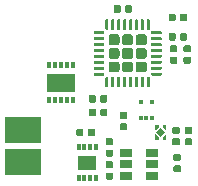
<source format=gtp>
G04 #@! TF.GenerationSoftware,KiCad,Pcbnew,5.1.5-52549c5~86~ubuntu18.04.1*
G04 #@! TF.CreationDate,2020-04-22T16:07:33+02:00*
G04 #@! TF.ProjectId,nk-fido2,6e6b2d66-6964-46f3-922e-6b696361645f,R5*
G04 #@! TF.SameCoordinates,Original*
G04 #@! TF.FileFunction,Paste,Top*
G04 #@! TF.FilePolarity,Positive*
%FSLAX46Y46*%
G04 Gerber Fmt 4.6, Leading zero omitted, Abs format (unit mm)*
G04 Created by KiCad (PCBNEW 5.1.5-52549c5~86~ubuntu18.04.1) date 2020-04-22 16:07:33*
%MOMM*%
%LPD*%
G04 APERTURE LIST*
%ADD10C,0.150000*%
%ADD11R,3.100000X2.200000*%
%ADD12R,0.350000X0.600000*%
%ADD13R,2.380000X1.650000*%
%ADD14R,1.500000X1.300000*%
%ADD15R,0.300000X0.550000*%
%ADD16R,1.060000X0.650000*%
%ADD17R,0.100000X0.100000*%
%ADD18R,0.300000X0.450000*%
G04 APERTURE END LIST*
D10*
G36*
X129399200Y-101585000D02*
G01*
X129399200Y-102015000D01*
X129499200Y-102015000D01*
X129699200Y-101815000D01*
X129699200Y-101585000D01*
X129399200Y-101585000D01*
G37*
G36*
X130359200Y-101585000D02*
G01*
X130359200Y-102015000D01*
X130259200Y-102015000D01*
X130059200Y-101815000D01*
X130059200Y-101585000D01*
X130359200Y-101585000D01*
G37*
G36*
X130359200Y-102885000D02*
G01*
X130359200Y-102455000D01*
X130259200Y-102455000D01*
X130059200Y-102655000D01*
X130059200Y-102885000D01*
X130359200Y-102885000D01*
G37*
G36*
X129399200Y-102885000D02*
G01*
X129699200Y-102885000D01*
X129699200Y-102655000D01*
X129399200Y-102355000D01*
X129399200Y-102885000D01*
G37*
G36*
X128484489Y-93936120D02*
G01*
X128507058Y-93939467D01*
X128529191Y-93945011D01*
X128550674Y-93952698D01*
X128571300Y-93962453D01*
X128590870Y-93974183D01*
X128609196Y-93987775D01*
X128626102Y-94003098D01*
X128641425Y-94020004D01*
X128655017Y-94038330D01*
X128666747Y-94057900D01*
X128676502Y-94078526D01*
X128684189Y-94100009D01*
X128689733Y-94122142D01*
X128693080Y-94144711D01*
X128694200Y-94167500D01*
X128694200Y-94632500D01*
X128693080Y-94655289D01*
X128689733Y-94677858D01*
X128684189Y-94699991D01*
X128676502Y-94721474D01*
X128666747Y-94742100D01*
X128655017Y-94761670D01*
X128641425Y-94779996D01*
X128626102Y-94796902D01*
X128609196Y-94812225D01*
X128590870Y-94825817D01*
X128571300Y-94837547D01*
X128550674Y-94847302D01*
X128529191Y-94854989D01*
X128507058Y-94860533D01*
X128484489Y-94863880D01*
X128461700Y-94865000D01*
X127996700Y-94865000D01*
X127973911Y-94863880D01*
X127951342Y-94860533D01*
X127929209Y-94854989D01*
X127907726Y-94847302D01*
X127887100Y-94837547D01*
X127867530Y-94825817D01*
X127849204Y-94812225D01*
X127832298Y-94796902D01*
X127816975Y-94779996D01*
X127803383Y-94761670D01*
X127791653Y-94742100D01*
X127781898Y-94721474D01*
X127774211Y-94699991D01*
X127768667Y-94677858D01*
X127765320Y-94655289D01*
X127764200Y-94632500D01*
X127764200Y-94167500D01*
X127765320Y-94144711D01*
X127768667Y-94122142D01*
X127774211Y-94100009D01*
X127781898Y-94078526D01*
X127791653Y-94057900D01*
X127803383Y-94038330D01*
X127816975Y-94020004D01*
X127832298Y-94003098D01*
X127849204Y-93987775D01*
X127867530Y-93974183D01*
X127887100Y-93962453D01*
X127907726Y-93952698D01*
X127929209Y-93945011D01*
X127951342Y-93939467D01*
X127973911Y-93936120D01*
X127996700Y-93935000D01*
X128461700Y-93935000D01*
X128484489Y-93936120D01*
G37*
G36*
X127334489Y-93936120D02*
G01*
X127357058Y-93939467D01*
X127379191Y-93945011D01*
X127400674Y-93952698D01*
X127421300Y-93962453D01*
X127440870Y-93974183D01*
X127459196Y-93987775D01*
X127476102Y-94003098D01*
X127491425Y-94020004D01*
X127505017Y-94038330D01*
X127516747Y-94057900D01*
X127526502Y-94078526D01*
X127534189Y-94100009D01*
X127539733Y-94122142D01*
X127543080Y-94144711D01*
X127544200Y-94167500D01*
X127544200Y-94632500D01*
X127543080Y-94655289D01*
X127539733Y-94677858D01*
X127534189Y-94699991D01*
X127526502Y-94721474D01*
X127516747Y-94742100D01*
X127505017Y-94761670D01*
X127491425Y-94779996D01*
X127476102Y-94796902D01*
X127459196Y-94812225D01*
X127440870Y-94825817D01*
X127421300Y-94837547D01*
X127400674Y-94847302D01*
X127379191Y-94854989D01*
X127357058Y-94860533D01*
X127334489Y-94863880D01*
X127311700Y-94865000D01*
X126846700Y-94865000D01*
X126823911Y-94863880D01*
X126801342Y-94860533D01*
X126779209Y-94854989D01*
X126757726Y-94847302D01*
X126737100Y-94837547D01*
X126717530Y-94825817D01*
X126699204Y-94812225D01*
X126682298Y-94796902D01*
X126666975Y-94779996D01*
X126653383Y-94761670D01*
X126641653Y-94742100D01*
X126631898Y-94721474D01*
X126624211Y-94699991D01*
X126618667Y-94677858D01*
X126615320Y-94655289D01*
X126614200Y-94632500D01*
X126614200Y-94167500D01*
X126615320Y-94144711D01*
X126618667Y-94122142D01*
X126624211Y-94100009D01*
X126631898Y-94078526D01*
X126641653Y-94057900D01*
X126653383Y-94038330D01*
X126666975Y-94020004D01*
X126682298Y-94003098D01*
X126699204Y-93987775D01*
X126717530Y-93974183D01*
X126737100Y-93962453D01*
X126757726Y-93952698D01*
X126779209Y-93945011D01*
X126801342Y-93939467D01*
X126823911Y-93936120D01*
X126846700Y-93935000D01*
X127311700Y-93935000D01*
X127334489Y-93936120D01*
G37*
G36*
X126184489Y-93936120D02*
G01*
X126207058Y-93939467D01*
X126229191Y-93945011D01*
X126250674Y-93952698D01*
X126271300Y-93962453D01*
X126290870Y-93974183D01*
X126309196Y-93987775D01*
X126326102Y-94003098D01*
X126341425Y-94020004D01*
X126355017Y-94038330D01*
X126366747Y-94057900D01*
X126376502Y-94078526D01*
X126384189Y-94100009D01*
X126389733Y-94122142D01*
X126393080Y-94144711D01*
X126394200Y-94167500D01*
X126394200Y-94632500D01*
X126393080Y-94655289D01*
X126389733Y-94677858D01*
X126384189Y-94699991D01*
X126376502Y-94721474D01*
X126366747Y-94742100D01*
X126355017Y-94761670D01*
X126341425Y-94779996D01*
X126326102Y-94796902D01*
X126309196Y-94812225D01*
X126290870Y-94825817D01*
X126271300Y-94837547D01*
X126250674Y-94847302D01*
X126229191Y-94854989D01*
X126207058Y-94860533D01*
X126184489Y-94863880D01*
X126161700Y-94865000D01*
X125696700Y-94865000D01*
X125673911Y-94863880D01*
X125651342Y-94860533D01*
X125629209Y-94854989D01*
X125607726Y-94847302D01*
X125587100Y-94837547D01*
X125567530Y-94825817D01*
X125549204Y-94812225D01*
X125532298Y-94796902D01*
X125516975Y-94779996D01*
X125503383Y-94761670D01*
X125491653Y-94742100D01*
X125481898Y-94721474D01*
X125474211Y-94699991D01*
X125468667Y-94677858D01*
X125465320Y-94655289D01*
X125464200Y-94632500D01*
X125464200Y-94167500D01*
X125465320Y-94144711D01*
X125468667Y-94122142D01*
X125474211Y-94100009D01*
X125481898Y-94078526D01*
X125491653Y-94057900D01*
X125503383Y-94038330D01*
X125516975Y-94020004D01*
X125532298Y-94003098D01*
X125549204Y-93987775D01*
X125567530Y-93974183D01*
X125587100Y-93962453D01*
X125607726Y-93952698D01*
X125629209Y-93945011D01*
X125651342Y-93939467D01*
X125673911Y-93936120D01*
X125696700Y-93935000D01*
X126161700Y-93935000D01*
X126184489Y-93936120D01*
G37*
G36*
X128484489Y-95086120D02*
G01*
X128507058Y-95089467D01*
X128529191Y-95095011D01*
X128550674Y-95102698D01*
X128571300Y-95112453D01*
X128590870Y-95124183D01*
X128609196Y-95137775D01*
X128626102Y-95153098D01*
X128641425Y-95170004D01*
X128655017Y-95188330D01*
X128666747Y-95207900D01*
X128676502Y-95228526D01*
X128684189Y-95250009D01*
X128689733Y-95272142D01*
X128693080Y-95294711D01*
X128694200Y-95317500D01*
X128694200Y-95782500D01*
X128693080Y-95805289D01*
X128689733Y-95827858D01*
X128684189Y-95849991D01*
X128676502Y-95871474D01*
X128666747Y-95892100D01*
X128655017Y-95911670D01*
X128641425Y-95929996D01*
X128626102Y-95946902D01*
X128609196Y-95962225D01*
X128590870Y-95975817D01*
X128571300Y-95987547D01*
X128550674Y-95997302D01*
X128529191Y-96004989D01*
X128507058Y-96010533D01*
X128484489Y-96013880D01*
X128461700Y-96015000D01*
X127996700Y-96015000D01*
X127973911Y-96013880D01*
X127951342Y-96010533D01*
X127929209Y-96004989D01*
X127907726Y-95997302D01*
X127887100Y-95987547D01*
X127867530Y-95975817D01*
X127849204Y-95962225D01*
X127832298Y-95946902D01*
X127816975Y-95929996D01*
X127803383Y-95911670D01*
X127791653Y-95892100D01*
X127781898Y-95871474D01*
X127774211Y-95849991D01*
X127768667Y-95827858D01*
X127765320Y-95805289D01*
X127764200Y-95782500D01*
X127764200Y-95317500D01*
X127765320Y-95294711D01*
X127768667Y-95272142D01*
X127774211Y-95250009D01*
X127781898Y-95228526D01*
X127791653Y-95207900D01*
X127803383Y-95188330D01*
X127816975Y-95170004D01*
X127832298Y-95153098D01*
X127849204Y-95137775D01*
X127867530Y-95124183D01*
X127887100Y-95112453D01*
X127907726Y-95102698D01*
X127929209Y-95095011D01*
X127951342Y-95089467D01*
X127973911Y-95086120D01*
X127996700Y-95085000D01*
X128461700Y-95085000D01*
X128484489Y-95086120D01*
G37*
G36*
X127334489Y-95086120D02*
G01*
X127357058Y-95089467D01*
X127379191Y-95095011D01*
X127400674Y-95102698D01*
X127421300Y-95112453D01*
X127440870Y-95124183D01*
X127459196Y-95137775D01*
X127476102Y-95153098D01*
X127491425Y-95170004D01*
X127505017Y-95188330D01*
X127516747Y-95207900D01*
X127526502Y-95228526D01*
X127534189Y-95250009D01*
X127539733Y-95272142D01*
X127543080Y-95294711D01*
X127544200Y-95317500D01*
X127544200Y-95782500D01*
X127543080Y-95805289D01*
X127539733Y-95827858D01*
X127534189Y-95849991D01*
X127526502Y-95871474D01*
X127516747Y-95892100D01*
X127505017Y-95911670D01*
X127491425Y-95929996D01*
X127476102Y-95946902D01*
X127459196Y-95962225D01*
X127440870Y-95975817D01*
X127421300Y-95987547D01*
X127400674Y-95997302D01*
X127379191Y-96004989D01*
X127357058Y-96010533D01*
X127334489Y-96013880D01*
X127311700Y-96015000D01*
X126846700Y-96015000D01*
X126823911Y-96013880D01*
X126801342Y-96010533D01*
X126779209Y-96004989D01*
X126757726Y-95997302D01*
X126737100Y-95987547D01*
X126717530Y-95975817D01*
X126699204Y-95962225D01*
X126682298Y-95946902D01*
X126666975Y-95929996D01*
X126653383Y-95911670D01*
X126641653Y-95892100D01*
X126631898Y-95871474D01*
X126624211Y-95849991D01*
X126618667Y-95827858D01*
X126615320Y-95805289D01*
X126614200Y-95782500D01*
X126614200Y-95317500D01*
X126615320Y-95294711D01*
X126618667Y-95272142D01*
X126624211Y-95250009D01*
X126631898Y-95228526D01*
X126641653Y-95207900D01*
X126653383Y-95188330D01*
X126666975Y-95170004D01*
X126682298Y-95153098D01*
X126699204Y-95137775D01*
X126717530Y-95124183D01*
X126737100Y-95112453D01*
X126757726Y-95102698D01*
X126779209Y-95095011D01*
X126801342Y-95089467D01*
X126823911Y-95086120D01*
X126846700Y-95085000D01*
X127311700Y-95085000D01*
X127334489Y-95086120D01*
G37*
G36*
X126184489Y-95086120D02*
G01*
X126207058Y-95089467D01*
X126229191Y-95095011D01*
X126250674Y-95102698D01*
X126271300Y-95112453D01*
X126290870Y-95124183D01*
X126309196Y-95137775D01*
X126326102Y-95153098D01*
X126341425Y-95170004D01*
X126355017Y-95188330D01*
X126366747Y-95207900D01*
X126376502Y-95228526D01*
X126384189Y-95250009D01*
X126389733Y-95272142D01*
X126393080Y-95294711D01*
X126394200Y-95317500D01*
X126394200Y-95782500D01*
X126393080Y-95805289D01*
X126389733Y-95827858D01*
X126384189Y-95849991D01*
X126376502Y-95871474D01*
X126366747Y-95892100D01*
X126355017Y-95911670D01*
X126341425Y-95929996D01*
X126326102Y-95946902D01*
X126309196Y-95962225D01*
X126290870Y-95975817D01*
X126271300Y-95987547D01*
X126250674Y-95997302D01*
X126229191Y-96004989D01*
X126207058Y-96010533D01*
X126184489Y-96013880D01*
X126161700Y-96015000D01*
X125696700Y-96015000D01*
X125673911Y-96013880D01*
X125651342Y-96010533D01*
X125629209Y-96004989D01*
X125607726Y-95997302D01*
X125587100Y-95987547D01*
X125567530Y-95975817D01*
X125549204Y-95962225D01*
X125532298Y-95946902D01*
X125516975Y-95929996D01*
X125503383Y-95911670D01*
X125491653Y-95892100D01*
X125481898Y-95871474D01*
X125474211Y-95849991D01*
X125468667Y-95827858D01*
X125465320Y-95805289D01*
X125464200Y-95782500D01*
X125464200Y-95317500D01*
X125465320Y-95294711D01*
X125468667Y-95272142D01*
X125474211Y-95250009D01*
X125481898Y-95228526D01*
X125491653Y-95207900D01*
X125503383Y-95188330D01*
X125516975Y-95170004D01*
X125532298Y-95153098D01*
X125549204Y-95137775D01*
X125567530Y-95124183D01*
X125587100Y-95112453D01*
X125607726Y-95102698D01*
X125629209Y-95095011D01*
X125651342Y-95089467D01*
X125673911Y-95086120D01*
X125696700Y-95085000D01*
X126161700Y-95085000D01*
X126184489Y-95086120D01*
G37*
G36*
X128484489Y-96236120D02*
G01*
X128507058Y-96239467D01*
X128529191Y-96245011D01*
X128550674Y-96252698D01*
X128571300Y-96262453D01*
X128590870Y-96274183D01*
X128609196Y-96287775D01*
X128626102Y-96303098D01*
X128641425Y-96320004D01*
X128655017Y-96338330D01*
X128666747Y-96357900D01*
X128676502Y-96378526D01*
X128684189Y-96400009D01*
X128689733Y-96422142D01*
X128693080Y-96444711D01*
X128694200Y-96467500D01*
X128694200Y-96932500D01*
X128693080Y-96955289D01*
X128689733Y-96977858D01*
X128684189Y-96999991D01*
X128676502Y-97021474D01*
X128666747Y-97042100D01*
X128655017Y-97061670D01*
X128641425Y-97079996D01*
X128626102Y-97096902D01*
X128609196Y-97112225D01*
X128590870Y-97125817D01*
X128571300Y-97137547D01*
X128550674Y-97147302D01*
X128529191Y-97154989D01*
X128507058Y-97160533D01*
X128484489Y-97163880D01*
X128461700Y-97165000D01*
X127996700Y-97165000D01*
X127973911Y-97163880D01*
X127951342Y-97160533D01*
X127929209Y-97154989D01*
X127907726Y-97147302D01*
X127887100Y-97137547D01*
X127867530Y-97125817D01*
X127849204Y-97112225D01*
X127832298Y-97096902D01*
X127816975Y-97079996D01*
X127803383Y-97061670D01*
X127791653Y-97042100D01*
X127781898Y-97021474D01*
X127774211Y-96999991D01*
X127768667Y-96977858D01*
X127765320Y-96955289D01*
X127764200Y-96932500D01*
X127764200Y-96467500D01*
X127765320Y-96444711D01*
X127768667Y-96422142D01*
X127774211Y-96400009D01*
X127781898Y-96378526D01*
X127791653Y-96357900D01*
X127803383Y-96338330D01*
X127816975Y-96320004D01*
X127832298Y-96303098D01*
X127849204Y-96287775D01*
X127867530Y-96274183D01*
X127887100Y-96262453D01*
X127907726Y-96252698D01*
X127929209Y-96245011D01*
X127951342Y-96239467D01*
X127973911Y-96236120D01*
X127996700Y-96235000D01*
X128461700Y-96235000D01*
X128484489Y-96236120D01*
G37*
G36*
X127334489Y-96236120D02*
G01*
X127357058Y-96239467D01*
X127379191Y-96245011D01*
X127400674Y-96252698D01*
X127421300Y-96262453D01*
X127440870Y-96274183D01*
X127459196Y-96287775D01*
X127476102Y-96303098D01*
X127491425Y-96320004D01*
X127505017Y-96338330D01*
X127516747Y-96357900D01*
X127526502Y-96378526D01*
X127534189Y-96400009D01*
X127539733Y-96422142D01*
X127543080Y-96444711D01*
X127544200Y-96467500D01*
X127544200Y-96932500D01*
X127543080Y-96955289D01*
X127539733Y-96977858D01*
X127534189Y-96999991D01*
X127526502Y-97021474D01*
X127516747Y-97042100D01*
X127505017Y-97061670D01*
X127491425Y-97079996D01*
X127476102Y-97096902D01*
X127459196Y-97112225D01*
X127440870Y-97125817D01*
X127421300Y-97137547D01*
X127400674Y-97147302D01*
X127379191Y-97154989D01*
X127357058Y-97160533D01*
X127334489Y-97163880D01*
X127311700Y-97165000D01*
X126846700Y-97165000D01*
X126823911Y-97163880D01*
X126801342Y-97160533D01*
X126779209Y-97154989D01*
X126757726Y-97147302D01*
X126737100Y-97137547D01*
X126717530Y-97125817D01*
X126699204Y-97112225D01*
X126682298Y-97096902D01*
X126666975Y-97079996D01*
X126653383Y-97061670D01*
X126641653Y-97042100D01*
X126631898Y-97021474D01*
X126624211Y-96999991D01*
X126618667Y-96977858D01*
X126615320Y-96955289D01*
X126614200Y-96932500D01*
X126614200Y-96467500D01*
X126615320Y-96444711D01*
X126618667Y-96422142D01*
X126624211Y-96400009D01*
X126631898Y-96378526D01*
X126641653Y-96357900D01*
X126653383Y-96338330D01*
X126666975Y-96320004D01*
X126682298Y-96303098D01*
X126699204Y-96287775D01*
X126717530Y-96274183D01*
X126737100Y-96262453D01*
X126757726Y-96252698D01*
X126779209Y-96245011D01*
X126801342Y-96239467D01*
X126823911Y-96236120D01*
X126846700Y-96235000D01*
X127311700Y-96235000D01*
X127334489Y-96236120D01*
G37*
G36*
X126184489Y-96236120D02*
G01*
X126207058Y-96239467D01*
X126229191Y-96245011D01*
X126250674Y-96252698D01*
X126271300Y-96262453D01*
X126290870Y-96274183D01*
X126309196Y-96287775D01*
X126326102Y-96303098D01*
X126341425Y-96320004D01*
X126355017Y-96338330D01*
X126366747Y-96357900D01*
X126376502Y-96378526D01*
X126384189Y-96400009D01*
X126389733Y-96422142D01*
X126393080Y-96444711D01*
X126394200Y-96467500D01*
X126394200Y-96932500D01*
X126393080Y-96955289D01*
X126389733Y-96977858D01*
X126384189Y-96999991D01*
X126376502Y-97021474D01*
X126366747Y-97042100D01*
X126355017Y-97061670D01*
X126341425Y-97079996D01*
X126326102Y-97096902D01*
X126309196Y-97112225D01*
X126290870Y-97125817D01*
X126271300Y-97137547D01*
X126250674Y-97147302D01*
X126229191Y-97154989D01*
X126207058Y-97160533D01*
X126184489Y-97163880D01*
X126161700Y-97165000D01*
X125696700Y-97165000D01*
X125673911Y-97163880D01*
X125651342Y-97160533D01*
X125629209Y-97154989D01*
X125607726Y-97147302D01*
X125587100Y-97137547D01*
X125567530Y-97125817D01*
X125549204Y-97112225D01*
X125532298Y-97096902D01*
X125516975Y-97079996D01*
X125503383Y-97061670D01*
X125491653Y-97042100D01*
X125481898Y-97021474D01*
X125474211Y-96999991D01*
X125468667Y-96977858D01*
X125465320Y-96955289D01*
X125464200Y-96932500D01*
X125464200Y-96467500D01*
X125465320Y-96444711D01*
X125468667Y-96422142D01*
X125474211Y-96400009D01*
X125481898Y-96378526D01*
X125491653Y-96357900D01*
X125503383Y-96338330D01*
X125516975Y-96320004D01*
X125532298Y-96303098D01*
X125549204Y-96287775D01*
X125567530Y-96274183D01*
X125587100Y-96262453D01*
X125607726Y-96252698D01*
X125629209Y-96245011D01*
X125651342Y-96239467D01*
X125673911Y-96236120D01*
X125696700Y-96235000D01*
X126161700Y-96235000D01*
X126184489Y-96236120D01*
G37*
G36*
X128897826Y-92675301D02*
G01*
X128903893Y-92676201D01*
X128909843Y-92677691D01*
X128915618Y-92679758D01*
X128921162Y-92682380D01*
X128926423Y-92685533D01*
X128931350Y-92689187D01*
X128935894Y-92693306D01*
X128940013Y-92697850D01*
X128943667Y-92702777D01*
X128946820Y-92708038D01*
X128949442Y-92713582D01*
X128951509Y-92719357D01*
X128952999Y-92725307D01*
X128953899Y-92731374D01*
X128954200Y-92737500D01*
X128954200Y-93487500D01*
X128953899Y-93493626D01*
X128952999Y-93499693D01*
X128951509Y-93505643D01*
X128949442Y-93511418D01*
X128946820Y-93516962D01*
X128943667Y-93522223D01*
X128940013Y-93527150D01*
X128935894Y-93531694D01*
X128931350Y-93535813D01*
X128926423Y-93539467D01*
X128921162Y-93542620D01*
X128915618Y-93545242D01*
X128909843Y-93547309D01*
X128903893Y-93548799D01*
X128897826Y-93549699D01*
X128891700Y-93550000D01*
X128766700Y-93550000D01*
X128760574Y-93549699D01*
X128754507Y-93548799D01*
X128748557Y-93547309D01*
X128742782Y-93545242D01*
X128737238Y-93542620D01*
X128731977Y-93539467D01*
X128727050Y-93535813D01*
X128722506Y-93531694D01*
X128718387Y-93527150D01*
X128714733Y-93522223D01*
X128711580Y-93516962D01*
X128708958Y-93511418D01*
X128706891Y-93505643D01*
X128705401Y-93499693D01*
X128704501Y-93493626D01*
X128704200Y-93487500D01*
X128704200Y-92737500D01*
X128704501Y-92731374D01*
X128705401Y-92725307D01*
X128706891Y-92719357D01*
X128708958Y-92713582D01*
X128711580Y-92708038D01*
X128714733Y-92702777D01*
X128718387Y-92697850D01*
X128722506Y-92693306D01*
X128727050Y-92689187D01*
X128731977Y-92685533D01*
X128737238Y-92682380D01*
X128742782Y-92679758D01*
X128748557Y-92677691D01*
X128754507Y-92676201D01*
X128760574Y-92675301D01*
X128766700Y-92675000D01*
X128891700Y-92675000D01*
X128897826Y-92675301D01*
G37*
G36*
X128397826Y-92675301D02*
G01*
X128403893Y-92676201D01*
X128409843Y-92677691D01*
X128415618Y-92679758D01*
X128421162Y-92682380D01*
X128426423Y-92685533D01*
X128431350Y-92689187D01*
X128435894Y-92693306D01*
X128440013Y-92697850D01*
X128443667Y-92702777D01*
X128446820Y-92708038D01*
X128449442Y-92713582D01*
X128451509Y-92719357D01*
X128452999Y-92725307D01*
X128453899Y-92731374D01*
X128454200Y-92737500D01*
X128454200Y-93487500D01*
X128453899Y-93493626D01*
X128452999Y-93499693D01*
X128451509Y-93505643D01*
X128449442Y-93511418D01*
X128446820Y-93516962D01*
X128443667Y-93522223D01*
X128440013Y-93527150D01*
X128435894Y-93531694D01*
X128431350Y-93535813D01*
X128426423Y-93539467D01*
X128421162Y-93542620D01*
X128415618Y-93545242D01*
X128409843Y-93547309D01*
X128403893Y-93548799D01*
X128397826Y-93549699D01*
X128391700Y-93550000D01*
X128266700Y-93550000D01*
X128260574Y-93549699D01*
X128254507Y-93548799D01*
X128248557Y-93547309D01*
X128242782Y-93545242D01*
X128237238Y-93542620D01*
X128231977Y-93539467D01*
X128227050Y-93535813D01*
X128222506Y-93531694D01*
X128218387Y-93527150D01*
X128214733Y-93522223D01*
X128211580Y-93516962D01*
X128208958Y-93511418D01*
X128206891Y-93505643D01*
X128205401Y-93499693D01*
X128204501Y-93493626D01*
X128204200Y-93487500D01*
X128204200Y-92737500D01*
X128204501Y-92731374D01*
X128205401Y-92725307D01*
X128206891Y-92719357D01*
X128208958Y-92713582D01*
X128211580Y-92708038D01*
X128214733Y-92702777D01*
X128218387Y-92697850D01*
X128222506Y-92693306D01*
X128227050Y-92689187D01*
X128231977Y-92685533D01*
X128237238Y-92682380D01*
X128242782Y-92679758D01*
X128248557Y-92677691D01*
X128254507Y-92676201D01*
X128260574Y-92675301D01*
X128266700Y-92675000D01*
X128391700Y-92675000D01*
X128397826Y-92675301D01*
G37*
G36*
X127897826Y-92675301D02*
G01*
X127903893Y-92676201D01*
X127909843Y-92677691D01*
X127915618Y-92679758D01*
X127921162Y-92682380D01*
X127926423Y-92685533D01*
X127931350Y-92689187D01*
X127935894Y-92693306D01*
X127940013Y-92697850D01*
X127943667Y-92702777D01*
X127946820Y-92708038D01*
X127949442Y-92713582D01*
X127951509Y-92719357D01*
X127952999Y-92725307D01*
X127953899Y-92731374D01*
X127954200Y-92737500D01*
X127954200Y-93487500D01*
X127953899Y-93493626D01*
X127952999Y-93499693D01*
X127951509Y-93505643D01*
X127949442Y-93511418D01*
X127946820Y-93516962D01*
X127943667Y-93522223D01*
X127940013Y-93527150D01*
X127935894Y-93531694D01*
X127931350Y-93535813D01*
X127926423Y-93539467D01*
X127921162Y-93542620D01*
X127915618Y-93545242D01*
X127909843Y-93547309D01*
X127903893Y-93548799D01*
X127897826Y-93549699D01*
X127891700Y-93550000D01*
X127766700Y-93550000D01*
X127760574Y-93549699D01*
X127754507Y-93548799D01*
X127748557Y-93547309D01*
X127742782Y-93545242D01*
X127737238Y-93542620D01*
X127731977Y-93539467D01*
X127727050Y-93535813D01*
X127722506Y-93531694D01*
X127718387Y-93527150D01*
X127714733Y-93522223D01*
X127711580Y-93516962D01*
X127708958Y-93511418D01*
X127706891Y-93505643D01*
X127705401Y-93499693D01*
X127704501Y-93493626D01*
X127704200Y-93487500D01*
X127704200Y-92737500D01*
X127704501Y-92731374D01*
X127705401Y-92725307D01*
X127706891Y-92719357D01*
X127708958Y-92713582D01*
X127711580Y-92708038D01*
X127714733Y-92702777D01*
X127718387Y-92697850D01*
X127722506Y-92693306D01*
X127727050Y-92689187D01*
X127731977Y-92685533D01*
X127737238Y-92682380D01*
X127742782Y-92679758D01*
X127748557Y-92677691D01*
X127754507Y-92676201D01*
X127760574Y-92675301D01*
X127766700Y-92675000D01*
X127891700Y-92675000D01*
X127897826Y-92675301D01*
G37*
G36*
X127397826Y-92675301D02*
G01*
X127403893Y-92676201D01*
X127409843Y-92677691D01*
X127415618Y-92679758D01*
X127421162Y-92682380D01*
X127426423Y-92685533D01*
X127431350Y-92689187D01*
X127435894Y-92693306D01*
X127440013Y-92697850D01*
X127443667Y-92702777D01*
X127446820Y-92708038D01*
X127449442Y-92713582D01*
X127451509Y-92719357D01*
X127452999Y-92725307D01*
X127453899Y-92731374D01*
X127454200Y-92737500D01*
X127454200Y-93487500D01*
X127453899Y-93493626D01*
X127452999Y-93499693D01*
X127451509Y-93505643D01*
X127449442Y-93511418D01*
X127446820Y-93516962D01*
X127443667Y-93522223D01*
X127440013Y-93527150D01*
X127435894Y-93531694D01*
X127431350Y-93535813D01*
X127426423Y-93539467D01*
X127421162Y-93542620D01*
X127415618Y-93545242D01*
X127409843Y-93547309D01*
X127403893Y-93548799D01*
X127397826Y-93549699D01*
X127391700Y-93550000D01*
X127266700Y-93550000D01*
X127260574Y-93549699D01*
X127254507Y-93548799D01*
X127248557Y-93547309D01*
X127242782Y-93545242D01*
X127237238Y-93542620D01*
X127231977Y-93539467D01*
X127227050Y-93535813D01*
X127222506Y-93531694D01*
X127218387Y-93527150D01*
X127214733Y-93522223D01*
X127211580Y-93516962D01*
X127208958Y-93511418D01*
X127206891Y-93505643D01*
X127205401Y-93499693D01*
X127204501Y-93493626D01*
X127204200Y-93487500D01*
X127204200Y-92737500D01*
X127204501Y-92731374D01*
X127205401Y-92725307D01*
X127206891Y-92719357D01*
X127208958Y-92713582D01*
X127211580Y-92708038D01*
X127214733Y-92702777D01*
X127218387Y-92697850D01*
X127222506Y-92693306D01*
X127227050Y-92689187D01*
X127231977Y-92685533D01*
X127237238Y-92682380D01*
X127242782Y-92679758D01*
X127248557Y-92677691D01*
X127254507Y-92676201D01*
X127260574Y-92675301D01*
X127266700Y-92675000D01*
X127391700Y-92675000D01*
X127397826Y-92675301D01*
G37*
G36*
X126897826Y-92675301D02*
G01*
X126903893Y-92676201D01*
X126909843Y-92677691D01*
X126915618Y-92679758D01*
X126921162Y-92682380D01*
X126926423Y-92685533D01*
X126931350Y-92689187D01*
X126935894Y-92693306D01*
X126940013Y-92697850D01*
X126943667Y-92702777D01*
X126946820Y-92708038D01*
X126949442Y-92713582D01*
X126951509Y-92719357D01*
X126952999Y-92725307D01*
X126953899Y-92731374D01*
X126954200Y-92737500D01*
X126954200Y-93487500D01*
X126953899Y-93493626D01*
X126952999Y-93499693D01*
X126951509Y-93505643D01*
X126949442Y-93511418D01*
X126946820Y-93516962D01*
X126943667Y-93522223D01*
X126940013Y-93527150D01*
X126935894Y-93531694D01*
X126931350Y-93535813D01*
X126926423Y-93539467D01*
X126921162Y-93542620D01*
X126915618Y-93545242D01*
X126909843Y-93547309D01*
X126903893Y-93548799D01*
X126897826Y-93549699D01*
X126891700Y-93550000D01*
X126766700Y-93550000D01*
X126760574Y-93549699D01*
X126754507Y-93548799D01*
X126748557Y-93547309D01*
X126742782Y-93545242D01*
X126737238Y-93542620D01*
X126731977Y-93539467D01*
X126727050Y-93535813D01*
X126722506Y-93531694D01*
X126718387Y-93527150D01*
X126714733Y-93522223D01*
X126711580Y-93516962D01*
X126708958Y-93511418D01*
X126706891Y-93505643D01*
X126705401Y-93499693D01*
X126704501Y-93493626D01*
X126704200Y-93487500D01*
X126704200Y-92737500D01*
X126704501Y-92731374D01*
X126705401Y-92725307D01*
X126706891Y-92719357D01*
X126708958Y-92713582D01*
X126711580Y-92708038D01*
X126714733Y-92702777D01*
X126718387Y-92697850D01*
X126722506Y-92693306D01*
X126727050Y-92689187D01*
X126731977Y-92685533D01*
X126737238Y-92682380D01*
X126742782Y-92679758D01*
X126748557Y-92677691D01*
X126754507Y-92676201D01*
X126760574Y-92675301D01*
X126766700Y-92675000D01*
X126891700Y-92675000D01*
X126897826Y-92675301D01*
G37*
G36*
X126397826Y-92675301D02*
G01*
X126403893Y-92676201D01*
X126409843Y-92677691D01*
X126415618Y-92679758D01*
X126421162Y-92682380D01*
X126426423Y-92685533D01*
X126431350Y-92689187D01*
X126435894Y-92693306D01*
X126440013Y-92697850D01*
X126443667Y-92702777D01*
X126446820Y-92708038D01*
X126449442Y-92713582D01*
X126451509Y-92719357D01*
X126452999Y-92725307D01*
X126453899Y-92731374D01*
X126454200Y-92737500D01*
X126454200Y-93487500D01*
X126453899Y-93493626D01*
X126452999Y-93499693D01*
X126451509Y-93505643D01*
X126449442Y-93511418D01*
X126446820Y-93516962D01*
X126443667Y-93522223D01*
X126440013Y-93527150D01*
X126435894Y-93531694D01*
X126431350Y-93535813D01*
X126426423Y-93539467D01*
X126421162Y-93542620D01*
X126415618Y-93545242D01*
X126409843Y-93547309D01*
X126403893Y-93548799D01*
X126397826Y-93549699D01*
X126391700Y-93550000D01*
X126266700Y-93550000D01*
X126260574Y-93549699D01*
X126254507Y-93548799D01*
X126248557Y-93547309D01*
X126242782Y-93545242D01*
X126237238Y-93542620D01*
X126231977Y-93539467D01*
X126227050Y-93535813D01*
X126222506Y-93531694D01*
X126218387Y-93527150D01*
X126214733Y-93522223D01*
X126211580Y-93516962D01*
X126208958Y-93511418D01*
X126206891Y-93505643D01*
X126205401Y-93499693D01*
X126204501Y-93493626D01*
X126204200Y-93487500D01*
X126204200Y-92737500D01*
X126204501Y-92731374D01*
X126205401Y-92725307D01*
X126206891Y-92719357D01*
X126208958Y-92713582D01*
X126211580Y-92708038D01*
X126214733Y-92702777D01*
X126218387Y-92697850D01*
X126222506Y-92693306D01*
X126227050Y-92689187D01*
X126231977Y-92685533D01*
X126237238Y-92682380D01*
X126242782Y-92679758D01*
X126248557Y-92677691D01*
X126254507Y-92676201D01*
X126260574Y-92675301D01*
X126266700Y-92675000D01*
X126391700Y-92675000D01*
X126397826Y-92675301D01*
G37*
G36*
X125897826Y-92675301D02*
G01*
X125903893Y-92676201D01*
X125909843Y-92677691D01*
X125915618Y-92679758D01*
X125921162Y-92682380D01*
X125926423Y-92685533D01*
X125931350Y-92689187D01*
X125935894Y-92693306D01*
X125940013Y-92697850D01*
X125943667Y-92702777D01*
X125946820Y-92708038D01*
X125949442Y-92713582D01*
X125951509Y-92719357D01*
X125952999Y-92725307D01*
X125953899Y-92731374D01*
X125954200Y-92737500D01*
X125954200Y-93487500D01*
X125953899Y-93493626D01*
X125952999Y-93499693D01*
X125951509Y-93505643D01*
X125949442Y-93511418D01*
X125946820Y-93516962D01*
X125943667Y-93522223D01*
X125940013Y-93527150D01*
X125935894Y-93531694D01*
X125931350Y-93535813D01*
X125926423Y-93539467D01*
X125921162Y-93542620D01*
X125915618Y-93545242D01*
X125909843Y-93547309D01*
X125903893Y-93548799D01*
X125897826Y-93549699D01*
X125891700Y-93550000D01*
X125766700Y-93550000D01*
X125760574Y-93549699D01*
X125754507Y-93548799D01*
X125748557Y-93547309D01*
X125742782Y-93545242D01*
X125737238Y-93542620D01*
X125731977Y-93539467D01*
X125727050Y-93535813D01*
X125722506Y-93531694D01*
X125718387Y-93527150D01*
X125714733Y-93522223D01*
X125711580Y-93516962D01*
X125708958Y-93511418D01*
X125706891Y-93505643D01*
X125705401Y-93499693D01*
X125704501Y-93493626D01*
X125704200Y-93487500D01*
X125704200Y-92737500D01*
X125704501Y-92731374D01*
X125705401Y-92725307D01*
X125706891Y-92719357D01*
X125708958Y-92713582D01*
X125711580Y-92708038D01*
X125714733Y-92702777D01*
X125718387Y-92697850D01*
X125722506Y-92693306D01*
X125727050Y-92689187D01*
X125731977Y-92685533D01*
X125737238Y-92682380D01*
X125742782Y-92679758D01*
X125748557Y-92677691D01*
X125754507Y-92676201D01*
X125760574Y-92675301D01*
X125766700Y-92675000D01*
X125891700Y-92675000D01*
X125897826Y-92675301D01*
G37*
G36*
X125397826Y-92675301D02*
G01*
X125403893Y-92676201D01*
X125409843Y-92677691D01*
X125415618Y-92679758D01*
X125421162Y-92682380D01*
X125426423Y-92685533D01*
X125431350Y-92689187D01*
X125435894Y-92693306D01*
X125440013Y-92697850D01*
X125443667Y-92702777D01*
X125446820Y-92708038D01*
X125449442Y-92713582D01*
X125451509Y-92719357D01*
X125452999Y-92725307D01*
X125453899Y-92731374D01*
X125454200Y-92737500D01*
X125454200Y-93487500D01*
X125453899Y-93493626D01*
X125452999Y-93499693D01*
X125451509Y-93505643D01*
X125449442Y-93511418D01*
X125446820Y-93516962D01*
X125443667Y-93522223D01*
X125440013Y-93527150D01*
X125435894Y-93531694D01*
X125431350Y-93535813D01*
X125426423Y-93539467D01*
X125421162Y-93542620D01*
X125415618Y-93545242D01*
X125409843Y-93547309D01*
X125403893Y-93548799D01*
X125397826Y-93549699D01*
X125391700Y-93550000D01*
X125266700Y-93550000D01*
X125260574Y-93549699D01*
X125254507Y-93548799D01*
X125248557Y-93547309D01*
X125242782Y-93545242D01*
X125237238Y-93542620D01*
X125231977Y-93539467D01*
X125227050Y-93535813D01*
X125222506Y-93531694D01*
X125218387Y-93527150D01*
X125214733Y-93522223D01*
X125211580Y-93516962D01*
X125208958Y-93511418D01*
X125206891Y-93505643D01*
X125205401Y-93499693D01*
X125204501Y-93493626D01*
X125204200Y-93487500D01*
X125204200Y-92737500D01*
X125204501Y-92731374D01*
X125205401Y-92725307D01*
X125206891Y-92719357D01*
X125208958Y-92713582D01*
X125211580Y-92708038D01*
X125214733Y-92702777D01*
X125218387Y-92697850D01*
X125222506Y-92693306D01*
X125227050Y-92689187D01*
X125231977Y-92685533D01*
X125237238Y-92682380D01*
X125242782Y-92679758D01*
X125248557Y-92677691D01*
X125254507Y-92676201D01*
X125260574Y-92675301D01*
X125266700Y-92675000D01*
X125391700Y-92675000D01*
X125397826Y-92675301D01*
G37*
G36*
X125022826Y-93675301D02*
G01*
X125028893Y-93676201D01*
X125034843Y-93677691D01*
X125040618Y-93679758D01*
X125046162Y-93682380D01*
X125051423Y-93685533D01*
X125056350Y-93689187D01*
X125060894Y-93693306D01*
X125065013Y-93697850D01*
X125068667Y-93702777D01*
X125071820Y-93708038D01*
X125074442Y-93713582D01*
X125076509Y-93719357D01*
X125077999Y-93725307D01*
X125078899Y-93731374D01*
X125079200Y-93737500D01*
X125079200Y-93862500D01*
X125078899Y-93868626D01*
X125077999Y-93874693D01*
X125076509Y-93880643D01*
X125074442Y-93886418D01*
X125071820Y-93891962D01*
X125068667Y-93897223D01*
X125065013Y-93902150D01*
X125060894Y-93906694D01*
X125056350Y-93910813D01*
X125051423Y-93914467D01*
X125046162Y-93917620D01*
X125040618Y-93920242D01*
X125034843Y-93922309D01*
X125028893Y-93923799D01*
X125022826Y-93924699D01*
X125016700Y-93925000D01*
X124266700Y-93925000D01*
X124260574Y-93924699D01*
X124254507Y-93923799D01*
X124248557Y-93922309D01*
X124242782Y-93920242D01*
X124237238Y-93917620D01*
X124231977Y-93914467D01*
X124227050Y-93910813D01*
X124222506Y-93906694D01*
X124218387Y-93902150D01*
X124214733Y-93897223D01*
X124211580Y-93891962D01*
X124208958Y-93886418D01*
X124206891Y-93880643D01*
X124205401Y-93874693D01*
X124204501Y-93868626D01*
X124204200Y-93862500D01*
X124204200Y-93737500D01*
X124204501Y-93731374D01*
X124205401Y-93725307D01*
X124206891Y-93719357D01*
X124208958Y-93713582D01*
X124211580Y-93708038D01*
X124214733Y-93702777D01*
X124218387Y-93697850D01*
X124222506Y-93693306D01*
X124227050Y-93689187D01*
X124231977Y-93685533D01*
X124237238Y-93682380D01*
X124242782Y-93679758D01*
X124248557Y-93677691D01*
X124254507Y-93676201D01*
X124260574Y-93675301D01*
X124266700Y-93675000D01*
X125016700Y-93675000D01*
X125022826Y-93675301D01*
G37*
G36*
X125022826Y-94175301D02*
G01*
X125028893Y-94176201D01*
X125034843Y-94177691D01*
X125040618Y-94179758D01*
X125046162Y-94182380D01*
X125051423Y-94185533D01*
X125056350Y-94189187D01*
X125060894Y-94193306D01*
X125065013Y-94197850D01*
X125068667Y-94202777D01*
X125071820Y-94208038D01*
X125074442Y-94213582D01*
X125076509Y-94219357D01*
X125077999Y-94225307D01*
X125078899Y-94231374D01*
X125079200Y-94237500D01*
X125079200Y-94362500D01*
X125078899Y-94368626D01*
X125077999Y-94374693D01*
X125076509Y-94380643D01*
X125074442Y-94386418D01*
X125071820Y-94391962D01*
X125068667Y-94397223D01*
X125065013Y-94402150D01*
X125060894Y-94406694D01*
X125056350Y-94410813D01*
X125051423Y-94414467D01*
X125046162Y-94417620D01*
X125040618Y-94420242D01*
X125034843Y-94422309D01*
X125028893Y-94423799D01*
X125022826Y-94424699D01*
X125016700Y-94425000D01*
X124266700Y-94425000D01*
X124260574Y-94424699D01*
X124254507Y-94423799D01*
X124248557Y-94422309D01*
X124242782Y-94420242D01*
X124237238Y-94417620D01*
X124231977Y-94414467D01*
X124227050Y-94410813D01*
X124222506Y-94406694D01*
X124218387Y-94402150D01*
X124214733Y-94397223D01*
X124211580Y-94391962D01*
X124208958Y-94386418D01*
X124206891Y-94380643D01*
X124205401Y-94374693D01*
X124204501Y-94368626D01*
X124204200Y-94362500D01*
X124204200Y-94237500D01*
X124204501Y-94231374D01*
X124205401Y-94225307D01*
X124206891Y-94219357D01*
X124208958Y-94213582D01*
X124211580Y-94208038D01*
X124214733Y-94202777D01*
X124218387Y-94197850D01*
X124222506Y-94193306D01*
X124227050Y-94189187D01*
X124231977Y-94185533D01*
X124237238Y-94182380D01*
X124242782Y-94179758D01*
X124248557Y-94177691D01*
X124254507Y-94176201D01*
X124260574Y-94175301D01*
X124266700Y-94175000D01*
X125016700Y-94175000D01*
X125022826Y-94175301D01*
G37*
G36*
X125022826Y-94675301D02*
G01*
X125028893Y-94676201D01*
X125034843Y-94677691D01*
X125040618Y-94679758D01*
X125046162Y-94682380D01*
X125051423Y-94685533D01*
X125056350Y-94689187D01*
X125060894Y-94693306D01*
X125065013Y-94697850D01*
X125068667Y-94702777D01*
X125071820Y-94708038D01*
X125074442Y-94713582D01*
X125076509Y-94719357D01*
X125077999Y-94725307D01*
X125078899Y-94731374D01*
X125079200Y-94737500D01*
X125079200Y-94862500D01*
X125078899Y-94868626D01*
X125077999Y-94874693D01*
X125076509Y-94880643D01*
X125074442Y-94886418D01*
X125071820Y-94891962D01*
X125068667Y-94897223D01*
X125065013Y-94902150D01*
X125060894Y-94906694D01*
X125056350Y-94910813D01*
X125051423Y-94914467D01*
X125046162Y-94917620D01*
X125040618Y-94920242D01*
X125034843Y-94922309D01*
X125028893Y-94923799D01*
X125022826Y-94924699D01*
X125016700Y-94925000D01*
X124266700Y-94925000D01*
X124260574Y-94924699D01*
X124254507Y-94923799D01*
X124248557Y-94922309D01*
X124242782Y-94920242D01*
X124237238Y-94917620D01*
X124231977Y-94914467D01*
X124227050Y-94910813D01*
X124222506Y-94906694D01*
X124218387Y-94902150D01*
X124214733Y-94897223D01*
X124211580Y-94891962D01*
X124208958Y-94886418D01*
X124206891Y-94880643D01*
X124205401Y-94874693D01*
X124204501Y-94868626D01*
X124204200Y-94862500D01*
X124204200Y-94737500D01*
X124204501Y-94731374D01*
X124205401Y-94725307D01*
X124206891Y-94719357D01*
X124208958Y-94713582D01*
X124211580Y-94708038D01*
X124214733Y-94702777D01*
X124218387Y-94697850D01*
X124222506Y-94693306D01*
X124227050Y-94689187D01*
X124231977Y-94685533D01*
X124237238Y-94682380D01*
X124242782Y-94679758D01*
X124248557Y-94677691D01*
X124254507Y-94676201D01*
X124260574Y-94675301D01*
X124266700Y-94675000D01*
X125016700Y-94675000D01*
X125022826Y-94675301D01*
G37*
G36*
X125022826Y-95175301D02*
G01*
X125028893Y-95176201D01*
X125034843Y-95177691D01*
X125040618Y-95179758D01*
X125046162Y-95182380D01*
X125051423Y-95185533D01*
X125056350Y-95189187D01*
X125060894Y-95193306D01*
X125065013Y-95197850D01*
X125068667Y-95202777D01*
X125071820Y-95208038D01*
X125074442Y-95213582D01*
X125076509Y-95219357D01*
X125077999Y-95225307D01*
X125078899Y-95231374D01*
X125079200Y-95237500D01*
X125079200Y-95362500D01*
X125078899Y-95368626D01*
X125077999Y-95374693D01*
X125076509Y-95380643D01*
X125074442Y-95386418D01*
X125071820Y-95391962D01*
X125068667Y-95397223D01*
X125065013Y-95402150D01*
X125060894Y-95406694D01*
X125056350Y-95410813D01*
X125051423Y-95414467D01*
X125046162Y-95417620D01*
X125040618Y-95420242D01*
X125034843Y-95422309D01*
X125028893Y-95423799D01*
X125022826Y-95424699D01*
X125016700Y-95425000D01*
X124266700Y-95425000D01*
X124260574Y-95424699D01*
X124254507Y-95423799D01*
X124248557Y-95422309D01*
X124242782Y-95420242D01*
X124237238Y-95417620D01*
X124231977Y-95414467D01*
X124227050Y-95410813D01*
X124222506Y-95406694D01*
X124218387Y-95402150D01*
X124214733Y-95397223D01*
X124211580Y-95391962D01*
X124208958Y-95386418D01*
X124206891Y-95380643D01*
X124205401Y-95374693D01*
X124204501Y-95368626D01*
X124204200Y-95362500D01*
X124204200Y-95237500D01*
X124204501Y-95231374D01*
X124205401Y-95225307D01*
X124206891Y-95219357D01*
X124208958Y-95213582D01*
X124211580Y-95208038D01*
X124214733Y-95202777D01*
X124218387Y-95197850D01*
X124222506Y-95193306D01*
X124227050Y-95189187D01*
X124231977Y-95185533D01*
X124237238Y-95182380D01*
X124242782Y-95179758D01*
X124248557Y-95177691D01*
X124254507Y-95176201D01*
X124260574Y-95175301D01*
X124266700Y-95175000D01*
X125016700Y-95175000D01*
X125022826Y-95175301D01*
G37*
G36*
X125022826Y-95675301D02*
G01*
X125028893Y-95676201D01*
X125034843Y-95677691D01*
X125040618Y-95679758D01*
X125046162Y-95682380D01*
X125051423Y-95685533D01*
X125056350Y-95689187D01*
X125060894Y-95693306D01*
X125065013Y-95697850D01*
X125068667Y-95702777D01*
X125071820Y-95708038D01*
X125074442Y-95713582D01*
X125076509Y-95719357D01*
X125077999Y-95725307D01*
X125078899Y-95731374D01*
X125079200Y-95737500D01*
X125079200Y-95862500D01*
X125078899Y-95868626D01*
X125077999Y-95874693D01*
X125076509Y-95880643D01*
X125074442Y-95886418D01*
X125071820Y-95891962D01*
X125068667Y-95897223D01*
X125065013Y-95902150D01*
X125060894Y-95906694D01*
X125056350Y-95910813D01*
X125051423Y-95914467D01*
X125046162Y-95917620D01*
X125040618Y-95920242D01*
X125034843Y-95922309D01*
X125028893Y-95923799D01*
X125022826Y-95924699D01*
X125016700Y-95925000D01*
X124266700Y-95925000D01*
X124260574Y-95924699D01*
X124254507Y-95923799D01*
X124248557Y-95922309D01*
X124242782Y-95920242D01*
X124237238Y-95917620D01*
X124231977Y-95914467D01*
X124227050Y-95910813D01*
X124222506Y-95906694D01*
X124218387Y-95902150D01*
X124214733Y-95897223D01*
X124211580Y-95891962D01*
X124208958Y-95886418D01*
X124206891Y-95880643D01*
X124205401Y-95874693D01*
X124204501Y-95868626D01*
X124204200Y-95862500D01*
X124204200Y-95737500D01*
X124204501Y-95731374D01*
X124205401Y-95725307D01*
X124206891Y-95719357D01*
X124208958Y-95713582D01*
X124211580Y-95708038D01*
X124214733Y-95702777D01*
X124218387Y-95697850D01*
X124222506Y-95693306D01*
X124227050Y-95689187D01*
X124231977Y-95685533D01*
X124237238Y-95682380D01*
X124242782Y-95679758D01*
X124248557Y-95677691D01*
X124254507Y-95676201D01*
X124260574Y-95675301D01*
X124266700Y-95675000D01*
X125016700Y-95675000D01*
X125022826Y-95675301D01*
G37*
G36*
X125022826Y-96175301D02*
G01*
X125028893Y-96176201D01*
X125034843Y-96177691D01*
X125040618Y-96179758D01*
X125046162Y-96182380D01*
X125051423Y-96185533D01*
X125056350Y-96189187D01*
X125060894Y-96193306D01*
X125065013Y-96197850D01*
X125068667Y-96202777D01*
X125071820Y-96208038D01*
X125074442Y-96213582D01*
X125076509Y-96219357D01*
X125077999Y-96225307D01*
X125078899Y-96231374D01*
X125079200Y-96237500D01*
X125079200Y-96362500D01*
X125078899Y-96368626D01*
X125077999Y-96374693D01*
X125076509Y-96380643D01*
X125074442Y-96386418D01*
X125071820Y-96391962D01*
X125068667Y-96397223D01*
X125065013Y-96402150D01*
X125060894Y-96406694D01*
X125056350Y-96410813D01*
X125051423Y-96414467D01*
X125046162Y-96417620D01*
X125040618Y-96420242D01*
X125034843Y-96422309D01*
X125028893Y-96423799D01*
X125022826Y-96424699D01*
X125016700Y-96425000D01*
X124266700Y-96425000D01*
X124260574Y-96424699D01*
X124254507Y-96423799D01*
X124248557Y-96422309D01*
X124242782Y-96420242D01*
X124237238Y-96417620D01*
X124231977Y-96414467D01*
X124227050Y-96410813D01*
X124222506Y-96406694D01*
X124218387Y-96402150D01*
X124214733Y-96397223D01*
X124211580Y-96391962D01*
X124208958Y-96386418D01*
X124206891Y-96380643D01*
X124205401Y-96374693D01*
X124204501Y-96368626D01*
X124204200Y-96362500D01*
X124204200Y-96237500D01*
X124204501Y-96231374D01*
X124205401Y-96225307D01*
X124206891Y-96219357D01*
X124208958Y-96213582D01*
X124211580Y-96208038D01*
X124214733Y-96202777D01*
X124218387Y-96197850D01*
X124222506Y-96193306D01*
X124227050Y-96189187D01*
X124231977Y-96185533D01*
X124237238Y-96182380D01*
X124242782Y-96179758D01*
X124248557Y-96177691D01*
X124254507Y-96176201D01*
X124260574Y-96175301D01*
X124266700Y-96175000D01*
X125016700Y-96175000D01*
X125022826Y-96175301D01*
G37*
G36*
X125022826Y-96675301D02*
G01*
X125028893Y-96676201D01*
X125034843Y-96677691D01*
X125040618Y-96679758D01*
X125046162Y-96682380D01*
X125051423Y-96685533D01*
X125056350Y-96689187D01*
X125060894Y-96693306D01*
X125065013Y-96697850D01*
X125068667Y-96702777D01*
X125071820Y-96708038D01*
X125074442Y-96713582D01*
X125076509Y-96719357D01*
X125077999Y-96725307D01*
X125078899Y-96731374D01*
X125079200Y-96737500D01*
X125079200Y-96862500D01*
X125078899Y-96868626D01*
X125077999Y-96874693D01*
X125076509Y-96880643D01*
X125074442Y-96886418D01*
X125071820Y-96891962D01*
X125068667Y-96897223D01*
X125065013Y-96902150D01*
X125060894Y-96906694D01*
X125056350Y-96910813D01*
X125051423Y-96914467D01*
X125046162Y-96917620D01*
X125040618Y-96920242D01*
X125034843Y-96922309D01*
X125028893Y-96923799D01*
X125022826Y-96924699D01*
X125016700Y-96925000D01*
X124266700Y-96925000D01*
X124260574Y-96924699D01*
X124254507Y-96923799D01*
X124248557Y-96922309D01*
X124242782Y-96920242D01*
X124237238Y-96917620D01*
X124231977Y-96914467D01*
X124227050Y-96910813D01*
X124222506Y-96906694D01*
X124218387Y-96902150D01*
X124214733Y-96897223D01*
X124211580Y-96891962D01*
X124208958Y-96886418D01*
X124206891Y-96880643D01*
X124205401Y-96874693D01*
X124204501Y-96868626D01*
X124204200Y-96862500D01*
X124204200Y-96737500D01*
X124204501Y-96731374D01*
X124205401Y-96725307D01*
X124206891Y-96719357D01*
X124208958Y-96713582D01*
X124211580Y-96708038D01*
X124214733Y-96702777D01*
X124218387Y-96697850D01*
X124222506Y-96693306D01*
X124227050Y-96689187D01*
X124231977Y-96685533D01*
X124237238Y-96682380D01*
X124242782Y-96679758D01*
X124248557Y-96677691D01*
X124254507Y-96676201D01*
X124260574Y-96675301D01*
X124266700Y-96675000D01*
X125016700Y-96675000D01*
X125022826Y-96675301D01*
G37*
G36*
X125022826Y-97175301D02*
G01*
X125028893Y-97176201D01*
X125034843Y-97177691D01*
X125040618Y-97179758D01*
X125046162Y-97182380D01*
X125051423Y-97185533D01*
X125056350Y-97189187D01*
X125060894Y-97193306D01*
X125065013Y-97197850D01*
X125068667Y-97202777D01*
X125071820Y-97208038D01*
X125074442Y-97213582D01*
X125076509Y-97219357D01*
X125077999Y-97225307D01*
X125078899Y-97231374D01*
X125079200Y-97237500D01*
X125079200Y-97362500D01*
X125078899Y-97368626D01*
X125077999Y-97374693D01*
X125076509Y-97380643D01*
X125074442Y-97386418D01*
X125071820Y-97391962D01*
X125068667Y-97397223D01*
X125065013Y-97402150D01*
X125060894Y-97406694D01*
X125056350Y-97410813D01*
X125051423Y-97414467D01*
X125046162Y-97417620D01*
X125040618Y-97420242D01*
X125034843Y-97422309D01*
X125028893Y-97423799D01*
X125022826Y-97424699D01*
X125016700Y-97425000D01*
X124266700Y-97425000D01*
X124260574Y-97424699D01*
X124254507Y-97423799D01*
X124248557Y-97422309D01*
X124242782Y-97420242D01*
X124237238Y-97417620D01*
X124231977Y-97414467D01*
X124227050Y-97410813D01*
X124222506Y-97406694D01*
X124218387Y-97402150D01*
X124214733Y-97397223D01*
X124211580Y-97391962D01*
X124208958Y-97386418D01*
X124206891Y-97380643D01*
X124205401Y-97374693D01*
X124204501Y-97368626D01*
X124204200Y-97362500D01*
X124204200Y-97237500D01*
X124204501Y-97231374D01*
X124205401Y-97225307D01*
X124206891Y-97219357D01*
X124208958Y-97213582D01*
X124211580Y-97208038D01*
X124214733Y-97202777D01*
X124218387Y-97197850D01*
X124222506Y-97193306D01*
X124227050Y-97189187D01*
X124231977Y-97185533D01*
X124237238Y-97182380D01*
X124242782Y-97179758D01*
X124248557Y-97177691D01*
X124254507Y-97176201D01*
X124260574Y-97175301D01*
X124266700Y-97175000D01*
X125016700Y-97175000D01*
X125022826Y-97175301D01*
G37*
G36*
X125397826Y-97550301D02*
G01*
X125403893Y-97551201D01*
X125409843Y-97552691D01*
X125415618Y-97554758D01*
X125421162Y-97557380D01*
X125426423Y-97560533D01*
X125431350Y-97564187D01*
X125435894Y-97568306D01*
X125440013Y-97572850D01*
X125443667Y-97577777D01*
X125446820Y-97583038D01*
X125449442Y-97588582D01*
X125451509Y-97594357D01*
X125452999Y-97600307D01*
X125453899Y-97606374D01*
X125454200Y-97612500D01*
X125454200Y-98362500D01*
X125453899Y-98368626D01*
X125452999Y-98374693D01*
X125451509Y-98380643D01*
X125449442Y-98386418D01*
X125446820Y-98391962D01*
X125443667Y-98397223D01*
X125440013Y-98402150D01*
X125435894Y-98406694D01*
X125431350Y-98410813D01*
X125426423Y-98414467D01*
X125421162Y-98417620D01*
X125415618Y-98420242D01*
X125409843Y-98422309D01*
X125403893Y-98423799D01*
X125397826Y-98424699D01*
X125391700Y-98425000D01*
X125266700Y-98425000D01*
X125260574Y-98424699D01*
X125254507Y-98423799D01*
X125248557Y-98422309D01*
X125242782Y-98420242D01*
X125237238Y-98417620D01*
X125231977Y-98414467D01*
X125227050Y-98410813D01*
X125222506Y-98406694D01*
X125218387Y-98402150D01*
X125214733Y-98397223D01*
X125211580Y-98391962D01*
X125208958Y-98386418D01*
X125206891Y-98380643D01*
X125205401Y-98374693D01*
X125204501Y-98368626D01*
X125204200Y-98362500D01*
X125204200Y-97612500D01*
X125204501Y-97606374D01*
X125205401Y-97600307D01*
X125206891Y-97594357D01*
X125208958Y-97588582D01*
X125211580Y-97583038D01*
X125214733Y-97577777D01*
X125218387Y-97572850D01*
X125222506Y-97568306D01*
X125227050Y-97564187D01*
X125231977Y-97560533D01*
X125237238Y-97557380D01*
X125242782Y-97554758D01*
X125248557Y-97552691D01*
X125254507Y-97551201D01*
X125260574Y-97550301D01*
X125266700Y-97550000D01*
X125391700Y-97550000D01*
X125397826Y-97550301D01*
G37*
G36*
X125897826Y-97550301D02*
G01*
X125903893Y-97551201D01*
X125909843Y-97552691D01*
X125915618Y-97554758D01*
X125921162Y-97557380D01*
X125926423Y-97560533D01*
X125931350Y-97564187D01*
X125935894Y-97568306D01*
X125940013Y-97572850D01*
X125943667Y-97577777D01*
X125946820Y-97583038D01*
X125949442Y-97588582D01*
X125951509Y-97594357D01*
X125952999Y-97600307D01*
X125953899Y-97606374D01*
X125954200Y-97612500D01*
X125954200Y-98362500D01*
X125953899Y-98368626D01*
X125952999Y-98374693D01*
X125951509Y-98380643D01*
X125949442Y-98386418D01*
X125946820Y-98391962D01*
X125943667Y-98397223D01*
X125940013Y-98402150D01*
X125935894Y-98406694D01*
X125931350Y-98410813D01*
X125926423Y-98414467D01*
X125921162Y-98417620D01*
X125915618Y-98420242D01*
X125909843Y-98422309D01*
X125903893Y-98423799D01*
X125897826Y-98424699D01*
X125891700Y-98425000D01*
X125766700Y-98425000D01*
X125760574Y-98424699D01*
X125754507Y-98423799D01*
X125748557Y-98422309D01*
X125742782Y-98420242D01*
X125737238Y-98417620D01*
X125731977Y-98414467D01*
X125727050Y-98410813D01*
X125722506Y-98406694D01*
X125718387Y-98402150D01*
X125714733Y-98397223D01*
X125711580Y-98391962D01*
X125708958Y-98386418D01*
X125706891Y-98380643D01*
X125705401Y-98374693D01*
X125704501Y-98368626D01*
X125704200Y-98362500D01*
X125704200Y-97612500D01*
X125704501Y-97606374D01*
X125705401Y-97600307D01*
X125706891Y-97594357D01*
X125708958Y-97588582D01*
X125711580Y-97583038D01*
X125714733Y-97577777D01*
X125718387Y-97572850D01*
X125722506Y-97568306D01*
X125727050Y-97564187D01*
X125731977Y-97560533D01*
X125737238Y-97557380D01*
X125742782Y-97554758D01*
X125748557Y-97552691D01*
X125754507Y-97551201D01*
X125760574Y-97550301D01*
X125766700Y-97550000D01*
X125891700Y-97550000D01*
X125897826Y-97550301D01*
G37*
G36*
X126397826Y-97550301D02*
G01*
X126403893Y-97551201D01*
X126409843Y-97552691D01*
X126415618Y-97554758D01*
X126421162Y-97557380D01*
X126426423Y-97560533D01*
X126431350Y-97564187D01*
X126435894Y-97568306D01*
X126440013Y-97572850D01*
X126443667Y-97577777D01*
X126446820Y-97583038D01*
X126449442Y-97588582D01*
X126451509Y-97594357D01*
X126452999Y-97600307D01*
X126453899Y-97606374D01*
X126454200Y-97612500D01*
X126454200Y-98362500D01*
X126453899Y-98368626D01*
X126452999Y-98374693D01*
X126451509Y-98380643D01*
X126449442Y-98386418D01*
X126446820Y-98391962D01*
X126443667Y-98397223D01*
X126440013Y-98402150D01*
X126435894Y-98406694D01*
X126431350Y-98410813D01*
X126426423Y-98414467D01*
X126421162Y-98417620D01*
X126415618Y-98420242D01*
X126409843Y-98422309D01*
X126403893Y-98423799D01*
X126397826Y-98424699D01*
X126391700Y-98425000D01*
X126266700Y-98425000D01*
X126260574Y-98424699D01*
X126254507Y-98423799D01*
X126248557Y-98422309D01*
X126242782Y-98420242D01*
X126237238Y-98417620D01*
X126231977Y-98414467D01*
X126227050Y-98410813D01*
X126222506Y-98406694D01*
X126218387Y-98402150D01*
X126214733Y-98397223D01*
X126211580Y-98391962D01*
X126208958Y-98386418D01*
X126206891Y-98380643D01*
X126205401Y-98374693D01*
X126204501Y-98368626D01*
X126204200Y-98362500D01*
X126204200Y-97612500D01*
X126204501Y-97606374D01*
X126205401Y-97600307D01*
X126206891Y-97594357D01*
X126208958Y-97588582D01*
X126211580Y-97583038D01*
X126214733Y-97577777D01*
X126218387Y-97572850D01*
X126222506Y-97568306D01*
X126227050Y-97564187D01*
X126231977Y-97560533D01*
X126237238Y-97557380D01*
X126242782Y-97554758D01*
X126248557Y-97552691D01*
X126254507Y-97551201D01*
X126260574Y-97550301D01*
X126266700Y-97550000D01*
X126391700Y-97550000D01*
X126397826Y-97550301D01*
G37*
G36*
X126897826Y-97550301D02*
G01*
X126903893Y-97551201D01*
X126909843Y-97552691D01*
X126915618Y-97554758D01*
X126921162Y-97557380D01*
X126926423Y-97560533D01*
X126931350Y-97564187D01*
X126935894Y-97568306D01*
X126940013Y-97572850D01*
X126943667Y-97577777D01*
X126946820Y-97583038D01*
X126949442Y-97588582D01*
X126951509Y-97594357D01*
X126952999Y-97600307D01*
X126953899Y-97606374D01*
X126954200Y-97612500D01*
X126954200Y-98362500D01*
X126953899Y-98368626D01*
X126952999Y-98374693D01*
X126951509Y-98380643D01*
X126949442Y-98386418D01*
X126946820Y-98391962D01*
X126943667Y-98397223D01*
X126940013Y-98402150D01*
X126935894Y-98406694D01*
X126931350Y-98410813D01*
X126926423Y-98414467D01*
X126921162Y-98417620D01*
X126915618Y-98420242D01*
X126909843Y-98422309D01*
X126903893Y-98423799D01*
X126897826Y-98424699D01*
X126891700Y-98425000D01*
X126766700Y-98425000D01*
X126760574Y-98424699D01*
X126754507Y-98423799D01*
X126748557Y-98422309D01*
X126742782Y-98420242D01*
X126737238Y-98417620D01*
X126731977Y-98414467D01*
X126727050Y-98410813D01*
X126722506Y-98406694D01*
X126718387Y-98402150D01*
X126714733Y-98397223D01*
X126711580Y-98391962D01*
X126708958Y-98386418D01*
X126706891Y-98380643D01*
X126705401Y-98374693D01*
X126704501Y-98368626D01*
X126704200Y-98362500D01*
X126704200Y-97612500D01*
X126704501Y-97606374D01*
X126705401Y-97600307D01*
X126706891Y-97594357D01*
X126708958Y-97588582D01*
X126711580Y-97583038D01*
X126714733Y-97577777D01*
X126718387Y-97572850D01*
X126722506Y-97568306D01*
X126727050Y-97564187D01*
X126731977Y-97560533D01*
X126737238Y-97557380D01*
X126742782Y-97554758D01*
X126748557Y-97552691D01*
X126754507Y-97551201D01*
X126760574Y-97550301D01*
X126766700Y-97550000D01*
X126891700Y-97550000D01*
X126897826Y-97550301D01*
G37*
G36*
X127397826Y-97550301D02*
G01*
X127403893Y-97551201D01*
X127409843Y-97552691D01*
X127415618Y-97554758D01*
X127421162Y-97557380D01*
X127426423Y-97560533D01*
X127431350Y-97564187D01*
X127435894Y-97568306D01*
X127440013Y-97572850D01*
X127443667Y-97577777D01*
X127446820Y-97583038D01*
X127449442Y-97588582D01*
X127451509Y-97594357D01*
X127452999Y-97600307D01*
X127453899Y-97606374D01*
X127454200Y-97612500D01*
X127454200Y-98362500D01*
X127453899Y-98368626D01*
X127452999Y-98374693D01*
X127451509Y-98380643D01*
X127449442Y-98386418D01*
X127446820Y-98391962D01*
X127443667Y-98397223D01*
X127440013Y-98402150D01*
X127435894Y-98406694D01*
X127431350Y-98410813D01*
X127426423Y-98414467D01*
X127421162Y-98417620D01*
X127415618Y-98420242D01*
X127409843Y-98422309D01*
X127403893Y-98423799D01*
X127397826Y-98424699D01*
X127391700Y-98425000D01*
X127266700Y-98425000D01*
X127260574Y-98424699D01*
X127254507Y-98423799D01*
X127248557Y-98422309D01*
X127242782Y-98420242D01*
X127237238Y-98417620D01*
X127231977Y-98414467D01*
X127227050Y-98410813D01*
X127222506Y-98406694D01*
X127218387Y-98402150D01*
X127214733Y-98397223D01*
X127211580Y-98391962D01*
X127208958Y-98386418D01*
X127206891Y-98380643D01*
X127205401Y-98374693D01*
X127204501Y-98368626D01*
X127204200Y-98362500D01*
X127204200Y-97612500D01*
X127204501Y-97606374D01*
X127205401Y-97600307D01*
X127206891Y-97594357D01*
X127208958Y-97588582D01*
X127211580Y-97583038D01*
X127214733Y-97577777D01*
X127218387Y-97572850D01*
X127222506Y-97568306D01*
X127227050Y-97564187D01*
X127231977Y-97560533D01*
X127237238Y-97557380D01*
X127242782Y-97554758D01*
X127248557Y-97552691D01*
X127254507Y-97551201D01*
X127260574Y-97550301D01*
X127266700Y-97550000D01*
X127391700Y-97550000D01*
X127397826Y-97550301D01*
G37*
G36*
X127897826Y-97550301D02*
G01*
X127903893Y-97551201D01*
X127909843Y-97552691D01*
X127915618Y-97554758D01*
X127921162Y-97557380D01*
X127926423Y-97560533D01*
X127931350Y-97564187D01*
X127935894Y-97568306D01*
X127940013Y-97572850D01*
X127943667Y-97577777D01*
X127946820Y-97583038D01*
X127949442Y-97588582D01*
X127951509Y-97594357D01*
X127952999Y-97600307D01*
X127953899Y-97606374D01*
X127954200Y-97612500D01*
X127954200Y-98362500D01*
X127953899Y-98368626D01*
X127952999Y-98374693D01*
X127951509Y-98380643D01*
X127949442Y-98386418D01*
X127946820Y-98391962D01*
X127943667Y-98397223D01*
X127940013Y-98402150D01*
X127935894Y-98406694D01*
X127931350Y-98410813D01*
X127926423Y-98414467D01*
X127921162Y-98417620D01*
X127915618Y-98420242D01*
X127909843Y-98422309D01*
X127903893Y-98423799D01*
X127897826Y-98424699D01*
X127891700Y-98425000D01*
X127766700Y-98425000D01*
X127760574Y-98424699D01*
X127754507Y-98423799D01*
X127748557Y-98422309D01*
X127742782Y-98420242D01*
X127737238Y-98417620D01*
X127731977Y-98414467D01*
X127727050Y-98410813D01*
X127722506Y-98406694D01*
X127718387Y-98402150D01*
X127714733Y-98397223D01*
X127711580Y-98391962D01*
X127708958Y-98386418D01*
X127706891Y-98380643D01*
X127705401Y-98374693D01*
X127704501Y-98368626D01*
X127704200Y-98362500D01*
X127704200Y-97612500D01*
X127704501Y-97606374D01*
X127705401Y-97600307D01*
X127706891Y-97594357D01*
X127708958Y-97588582D01*
X127711580Y-97583038D01*
X127714733Y-97577777D01*
X127718387Y-97572850D01*
X127722506Y-97568306D01*
X127727050Y-97564187D01*
X127731977Y-97560533D01*
X127737238Y-97557380D01*
X127742782Y-97554758D01*
X127748557Y-97552691D01*
X127754507Y-97551201D01*
X127760574Y-97550301D01*
X127766700Y-97550000D01*
X127891700Y-97550000D01*
X127897826Y-97550301D01*
G37*
G36*
X128397826Y-97550301D02*
G01*
X128403893Y-97551201D01*
X128409843Y-97552691D01*
X128415618Y-97554758D01*
X128421162Y-97557380D01*
X128426423Y-97560533D01*
X128431350Y-97564187D01*
X128435894Y-97568306D01*
X128440013Y-97572850D01*
X128443667Y-97577777D01*
X128446820Y-97583038D01*
X128449442Y-97588582D01*
X128451509Y-97594357D01*
X128452999Y-97600307D01*
X128453899Y-97606374D01*
X128454200Y-97612500D01*
X128454200Y-98362500D01*
X128453899Y-98368626D01*
X128452999Y-98374693D01*
X128451509Y-98380643D01*
X128449442Y-98386418D01*
X128446820Y-98391962D01*
X128443667Y-98397223D01*
X128440013Y-98402150D01*
X128435894Y-98406694D01*
X128431350Y-98410813D01*
X128426423Y-98414467D01*
X128421162Y-98417620D01*
X128415618Y-98420242D01*
X128409843Y-98422309D01*
X128403893Y-98423799D01*
X128397826Y-98424699D01*
X128391700Y-98425000D01*
X128266700Y-98425000D01*
X128260574Y-98424699D01*
X128254507Y-98423799D01*
X128248557Y-98422309D01*
X128242782Y-98420242D01*
X128237238Y-98417620D01*
X128231977Y-98414467D01*
X128227050Y-98410813D01*
X128222506Y-98406694D01*
X128218387Y-98402150D01*
X128214733Y-98397223D01*
X128211580Y-98391962D01*
X128208958Y-98386418D01*
X128206891Y-98380643D01*
X128205401Y-98374693D01*
X128204501Y-98368626D01*
X128204200Y-98362500D01*
X128204200Y-97612500D01*
X128204501Y-97606374D01*
X128205401Y-97600307D01*
X128206891Y-97594357D01*
X128208958Y-97588582D01*
X128211580Y-97583038D01*
X128214733Y-97577777D01*
X128218387Y-97572850D01*
X128222506Y-97568306D01*
X128227050Y-97564187D01*
X128231977Y-97560533D01*
X128237238Y-97557380D01*
X128242782Y-97554758D01*
X128248557Y-97552691D01*
X128254507Y-97551201D01*
X128260574Y-97550301D01*
X128266700Y-97550000D01*
X128391700Y-97550000D01*
X128397826Y-97550301D01*
G37*
G36*
X128897826Y-97550301D02*
G01*
X128903893Y-97551201D01*
X128909843Y-97552691D01*
X128915618Y-97554758D01*
X128921162Y-97557380D01*
X128926423Y-97560533D01*
X128931350Y-97564187D01*
X128935894Y-97568306D01*
X128940013Y-97572850D01*
X128943667Y-97577777D01*
X128946820Y-97583038D01*
X128949442Y-97588582D01*
X128951509Y-97594357D01*
X128952999Y-97600307D01*
X128953899Y-97606374D01*
X128954200Y-97612500D01*
X128954200Y-98362500D01*
X128953899Y-98368626D01*
X128952999Y-98374693D01*
X128951509Y-98380643D01*
X128949442Y-98386418D01*
X128946820Y-98391962D01*
X128943667Y-98397223D01*
X128940013Y-98402150D01*
X128935894Y-98406694D01*
X128931350Y-98410813D01*
X128926423Y-98414467D01*
X128921162Y-98417620D01*
X128915618Y-98420242D01*
X128909843Y-98422309D01*
X128903893Y-98423799D01*
X128897826Y-98424699D01*
X128891700Y-98425000D01*
X128766700Y-98425000D01*
X128760574Y-98424699D01*
X128754507Y-98423799D01*
X128748557Y-98422309D01*
X128742782Y-98420242D01*
X128737238Y-98417620D01*
X128731977Y-98414467D01*
X128727050Y-98410813D01*
X128722506Y-98406694D01*
X128718387Y-98402150D01*
X128714733Y-98397223D01*
X128711580Y-98391962D01*
X128708958Y-98386418D01*
X128706891Y-98380643D01*
X128705401Y-98374693D01*
X128704501Y-98368626D01*
X128704200Y-98362500D01*
X128704200Y-97612500D01*
X128704501Y-97606374D01*
X128705401Y-97600307D01*
X128706891Y-97594357D01*
X128708958Y-97588582D01*
X128711580Y-97583038D01*
X128714733Y-97577777D01*
X128718387Y-97572850D01*
X128722506Y-97568306D01*
X128727050Y-97564187D01*
X128731977Y-97560533D01*
X128737238Y-97557380D01*
X128742782Y-97554758D01*
X128748557Y-97552691D01*
X128754507Y-97551201D01*
X128760574Y-97550301D01*
X128766700Y-97550000D01*
X128891700Y-97550000D01*
X128897826Y-97550301D01*
G37*
G36*
X129897826Y-97175301D02*
G01*
X129903893Y-97176201D01*
X129909843Y-97177691D01*
X129915618Y-97179758D01*
X129921162Y-97182380D01*
X129926423Y-97185533D01*
X129931350Y-97189187D01*
X129935894Y-97193306D01*
X129940013Y-97197850D01*
X129943667Y-97202777D01*
X129946820Y-97208038D01*
X129949442Y-97213582D01*
X129951509Y-97219357D01*
X129952999Y-97225307D01*
X129953899Y-97231374D01*
X129954200Y-97237500D01*
X129954200Y-97362500D01*
X129953899Y-97368626D01*
X129952999Y-97374693D01*
X129951509Y-97380643D01*
X129949442Y-97386418D01*
X129946820Y-97391962D01*
X129943667Y-97397223D01*
X129940013Y-97402150D01*
X129935894Y-97406694D01*
X129931350Y-97410813D01*
X129926423Y-97414467D01*
X129921162Y-97417620D01*
X129915618Y-97420242D01*
X129909843Y-97422309D01*
X129903893Y-97423799D01*
X129897826Y-97424699D01*
X129891700Y-97425000D01*
X129141700Y-97425000D01*
X129135574Y-97424699D01*
X129129507Y-97423799D01*
X129123557Y-97422309D01*
X129117782Y-97420242D01*
X129112238Y-97417620D01*
X129106977Y-97414467D01*
X129102050Y-97410813D01*
X129097506Y-97406694D01*
X129093387Y-97402150D01*
X129089733Y-97397223D01*
X129086580Y-97391962D01*
X129083958Y-97386418D01*
X129081891Y-97380643D01*
X129080401Y-97374693D01*
X129079501Y-97368626D01*
X129079200Y-97362500D01*
X129079200Y-97237500D01*
X129079501Y-97231374D01*
X129080401Y-97225307D01*
X129081891Y-97219357D01*
X129083958Y-97213582D01*
X129086580Y-97208038D01*
X129089733Y-97202777D01*
X129093387Y-97197850D01*
X129097506Y-97193306D01*
X129102050Y-97189187D01*
X129106977Y-97185533D01*
X129112238Y-97182380D01*
X129117782Y-97179758D01*
X129123557Y-97177691D01*
X129129507Y-97176201D01*
X129135574Y-97175301D01*
X129141700Y-97175000D01*
X129891700Y-97175000D01*
X129897826Y-97175301D01*
G37*
G36*
X129897826Y-96675301D02*
G01*
X129903893Y-96676201D01*
X129909843Y-96677691D01*
X129915618Y-96679758D01*
X129921162Y-96682380D01*
X129926423Y-96685533D01*
X129931350Y-96689187D01*
X129935894Y-96693306D01*
X129940013Y-96697850D01*
X129943667Y-96702777D01*
X129946820Y-96708038D01*
X129949442Y-96713582D01*
X129951509Y-96719357D01*
X129952999Y-96725307D01*
X129953899Y-96731374D01*
X129954200Y-96737500D01*
X129954200Y-96862500D01*
X129953899Y-96868626D01*
X129952999Y-96874693D01*
X129951509Y-96880643D01*
X129949442Y-96886418D01*
X129946820Y-96891962D01*
X129943667Y-96897223D01*
X129940013Y-96902150D01*
X129935894Y-96906694D01*
X129931350Y-96910813D01*
X129926423Y-96914467D01*
X129921162Y-96917620D01*
X129915618Y-96920242D01*
X129909843Y-96922309D01*
X129903893Y-96923799D01*
X129897826Y-96924699D01*
X129891700Y-96925000D01*
X129141700Y-96925000D01*
X129135574Y-96924699D01*
X129129507Y-96923799D01*
X129123557Y-96922309D01*
X129117782Y-96920242D01*
X129112238Y-96917620D01*
X129106977Y-96914467D01*
X129102050Y-96910813D01*
X129097506Y-96906694D01*
X129093387Y-96902150D01*
X129089733Y-96897223D01*
X129086580Y-96891962D01*
X129083958Y-96886418D01*
X129081891Y-96880643D01*
X129080401Y-96874693D01*
X129079501Y-96868626D01*
X129079200Y-96862500D01*
X129079200Y-96737500D01*
X129079501Y-96731374D01*
X129080401Y-96725307D01*
X129081891Y-96719357D01*
X129083958Y-96713582D01*
X129086580Y-96708038D01*
X129089733Y-96702777D01*
X129093387Y-96697850D01*
X129097506Y-96693306D01*
X129102050Y-96689187D01*
X129106977Y-96685533D01*
X129112238Y-96682380D01*
X129117782Y-96679758D01*
X129123557Y-96677691D01*
X129129507Y-96676201D01*
X129135574Y-96675301D01*
X129141700Y-96675000D01*
X129891700Y-96675000D01*
X129897826Y-96675301D01*
G37*
G36*
X129897826Y-96175301D02*
G01*
X129903893Y-96176201D01*
X129909843Y-96177691D01*
X129915618Y-96179758D01*
X129921162Y-96182380D01*
X129926423Y-96185533D01*
X129931350Y-96189187D01*
X129935894Y-96193306D01*
X129940013Y-96197850D01*
X129943667Y-96202777D01*
X129946820Y-96208038D01*
X129949442Y-96213582D01*
X129951509Y-96219357D01*
X129952999Y-96225307D01*
X129953899Y-96231374D01*
X129954200Y-96237500D01*
X129954200Y-96362500D01*
X129953899Y-96368626D01*
X129952999Y-96374693D01*
X129951509Y-96380643D01*
X129949442Y-96386418D01*
X129946820Y-96391962D01*
X129943667Y-96397223D01*
X129940013Y-96402150D01*
X129935894Y-96406694D01*
X129931350Y-96410813D01*
X129926423Y-96414467D01*
X129921162Y-96417620D01*
X129915618Y-96420242D01*
X129909843Y-96422309D01*
X129903893Y-96423799D01*
X129897826Y-96424699D01*
X129891700Y-96425000D01*
X129141700Y-96425000D01*
X129135574Y-96424699D01*
X129129507Y-96423799D01*
X129123557Y-96422309D01*
X129117782Y-96420242D01*
X129112238Y-96417620D01*
X129106977Y-96414467D01*
X129102050Y-96410813D01*
X129097506Y-96406694D01*
X129093387Y-96402150D01*
X129089733Y-96397223D01*
X129086580Y-96391962D01*
X129083958Y-96386418D01*
X129081891Y-96380643D01*
X129080401Y-96374693D01*
X129079501Y-96368626D01*
X129079200Y-96362500D01*
X129079200Y-96237500D01*
X129079501Y-96231374D01*
X129080401Y-96225307D01*
X129081891Y-96219357D01*
X129083958Y-96213582D01*
X129086580Y-96208038D01*
X129089733Y-96202777D01*
X129093387Y-96197850D01*
X129097506Y-96193306D01*
X129102050Y-96189187D01*
X129106977Y-96185533D01*
X129112238Y-96182380D01*
X129117782Y-96179758D01*
X129123557Y-96177691D01*
X129129507Y-96176201D01*
X129135574Y-96175301D01*
X129141700Y-96175000D01*
X129891700Y-96175000D01*
X129897826Y-96175301D01*
G37*
G36*
X129897826Y-95675301D02*
G01*
X129903893Y-95676201D01*
X129909843Y-95677691D01*
X129915618Y-95679758D01*
X129921162Y-95682380D01*
X129926423Y-95685533D01*
X129931350Y-95689187D01*
X129935894Y-95693306D01*
X129940013Y-95697850D01*
X129943667Y-95702777D01*
X129946820Y-95708038D01*
X129949442Y-95713582D01*
X129951509Y-95719357D01*
X129952999Y-95725307D01*
X129953899Y-95731374D01*
X129954200Y-95737500D01*
X129954200Y-95862500D01*
X129953899Y-95868626D01*
X129952999Y-95874693D01*
X129951509Y-95880643D01*
X129949442Y-95886418D01*
X129946820Y-95891962D01*
X129943667Y-95897223D01*
X129940013Y-95902150D01*
X129935894Y-95906694D01*
X129931350Y-95910813D01*
X129926423Y-95914467D01*
X129921162Y-95917620D01*
X129915618Y-95920242D01*
X129909843Y-95922309D01*
X129903893Y-95923799D01*
X129897826Y-95924699D01*
X129891700Y-95925000D01*
X129141700Y-95925000D01*
X129135574Y-95924699D01*
X129129507Y-95923799D01*
X129123557Y-95922309D01*
X129117782Y-95920242D01*
X129112238Y-95917620D01*
X129106977Y-95914467D01*
X129102050Y-95910813D01*
X129097506Y-95906694D01*
X129093387Y-95902150D01*
X129089733Y-95897223D01*
X129086580Y-95891962D01*
X129083958Y-95886418D01*
X129081891Y-95880643D01*
X129080401Y-95874693D01*
X129079501Y-95868626D01*
X129079200Y-95862500D01*
X129079200Y-95737500D01*
X129079501Y-95731374D01*
X129080401Y-95725307D01*
X129081891Y-95719357D01*
X129083958Y-95713582D01*
X129086580Y-95708038D01*
X129089733Y-95702777D01*
X129093387Y-95697850D01*
X129097506Y-95693306D01*
X129102050Y-95689187D01*
X129106977Y-95685533D01*
X129112238Y-95682380D01*
X129117782Y-95679758D01*
X129123557Y-95677691D01*
X129129507Y-95676201D01*
X129135574Y-95675301D01*
X129141700Y-95675000D01*
X129891700Y-95675000D01*
X129897826Y-95675301D01*
G37*
G36*
X129897826Y-95175301D02*
G01*
X129903893Y-95176201D01*
X129909843Y-95177691D01*
X129915618Y-95179758D01*
X129921162Y-95182380D01*
X129926423Y-95185533D01*
X129931350Y-95189187D01*
X129935894Y-95193306D01*
X129940013Y-95197850D01*
X129943667Y-95202777D01*
X129946820Y-95208038D01*
X129949442Y-95213582D01*
X129951509Y-95219357D01*
X129952999Y-95225307D01*
X129953899Y-95231374D01*
X129954200Y-95237500D01*
X129954200Y-95362500D01*
X129953899Y-95368626D01*
X129952999Y-95374693D01*
X129951509Y-95380643D01*
X129949442Y-95386418D01*
X129946820Y-95391962D01*
X129943667Y-95397223D01*
X129940013Y-95402150D01*
X129935894Y-95406694D01*
X129931350Y-95410813D01*
X129926423Y-95414467D01*
X129921162Y-95417620D01*
X129915618Y-95420242D01*
X129909843Y-95422309D01*
X129903893Y-95423799D01*
X129897826Y-95424699D01*
X129891700Y-95425000D01*
X129141700Y-95425000D01*
X129135574Y-95424699D01*
X129129507Y-95423799D01*
X129123557Y-95422309D01*
X129117782Y-95420242D01*
X129112238Y-95417620D01*
X129106977Y-95414467D01*
X129102050Y-95410813D01*
X129097506Y-95406694D01*
X129093387Y-95402150D01*
X129089733Y-95397223D01*
X129086580Y-95391962D01*
X129083958Y-95386418D01*
X129081891Y-95380643D01*
X129080401Y-95374693D01*
X129079501Y-95368626D01*
X129079200Y-95362500D01*
X129079200Y-95237500D01*
X129079501Y-95231374D01*
X129080401Y-95225307D01*
X129081891Y-95219357D01*
X129083958Y-95213582D01*
X129086580Y-95208038D01*
X129089733Y-95202777D01*
X129093387Y-95197850D01*
X129097506Y-95193306D01*
X129102050Y-95189187D01*
X129106977Y-95185533D01*
X129112238Y-95182380D01*
X129117782Y-95179758D01*
X129123557Y-95177691D01*
X129129507Y-95176201D01*
X129135574Y-95175301D01*
X129141700Y-95175000D01*
X129891700Y-95175000D01*
X129897826Y-95175301D01*
G37*
G36*
X129897826Y-94675301D02*
G01*
X129903893Y-94676201D01*
X129909843Y-94677691D01*
X129915618Y-94679758D01*
X129921162Y-94682380D01*
X129926423Y-94685533D01*
X129931350Y-94689187D01*
X129935894Y-94693306D01*
X129940013Y-94697850D01*
X129943667Y-94702777D01*
X129946820Y-94708038D01*
X129949442Y-94713582D01*
X129951509Y-94719357D01*
X129952999Y-94725307D01*
X129953899Y-94731374D01*
X129954200Y-94737500D01*
X129954200Y-94862500D01*
X129953899Y-94868626D01*
X129952999Y-94874693D01*
X129951509Y-94880643D01*
X129949442Y-94886418D01*
X129946820Y-94891962D01*
X129943667Y-94897223D01*
X129940013Y-94902150D01*
X129935894Y-94906694D01*
X129931350Y-94910813D01*
X129926423Y-94914467D01*
X129921162Y-94917620D01*
X129915618Y-94920242D01*
X129909843Y-94922309D01*
X129903893Y-94923799D01*
X129897826Y-94924699D01*
X129891700Y-94925000D01*
X129141700Y-94925000D01*
X129135574Y-94924699D01*
X129129507Y-94923799D01*
X129123557Y-94922309D01*
X129117782Y-94920242D01*
X129112238Y-94917620D01*
X129106977Y-94914467D01*
X129102050Y-94910813D01*
X129097506Y-94906694D01*
X129093387Y-94902150D01*
X129089733Y-94897223D01*
X129086580Y-94891962D01*
X129083958Y-94886418D01*
X129081891Y-94880643D01*
X129080401Y-94874693D01*
X129079501Y-94868626D01*
X129079200Y-94862500D01*
X129079200Y-94737500D01*
X129079501Y-94731374D01*
X129080401Y-94725307D01*
X129081891Y-94719357D01*
X129083958Y-94713582D01*
X129086580Y-94708038D01*
X129089733Y-94702777D01*
X129093387Y-94697850D01*
X129097506Y-94693306D01*
X129102050Y-94689187D01*
X129106977Y-94685533D01*
X129112238Y-94682380D01*
X129117782Y-94679758D01*
X129123557Y-94677691D01*
X129129507Y-94676201D01*
X129135574Y-94675301D01*
X129141700Y-94675000D01*
X129891700Y-94675000D01*
X129897826Y-94675301D01*
G37*
G36*
X129897826Y-94175301D02*
G01*
X129903893Y-94176201D01*
X129909843Y-94177691D01*
X129915618Y-94179758D01*
X129921162Y-94182380D01*
X129926423Y-94185533D01*
X129931350Y-94189187D01*
X129935894Y-94193306D01*
X129940013Y-94197850D01*
X129943667Y-94202777D01*
X129946820Y-94208038D01*
X129949442Y-94213582D01*
X129951509Y-94219357D01*
X129952999Y-94225307D01*
X129953899Y-94231374D01*
X129954200Y-94237500D01*
X129954200Y-94362500D01*
X129953899Y-94368626D01*
X129952999Y-94374693D01*
X129951509Y-94380643D01*
X129949442Y-94386418D01*
X129946820Y-94391962D01*
X129943667Y-94397223D01*
X129940013Y-94402150D01*
X129935894Y-94406694D01*
X129931350Y-94410813D01*
X129926423Y-94414467D01*
X129921162Y-94417620D01*
X129915618Y-94420242D01*
X129909843Y-94422309D01*
X129903893Y-94423799D01*
X129897826Y-94424699D01*
X129891700Y-94425000D01*
X129141700Y-94425000D01*
X129135574Y-94424699D01*
X129129507Y-94423799D01*
X129123557Y-94422309D01*
X129117782Y-94420242D01*
X129112238Y-94417620D01*
X129106977Y-94414467D01*
X129102050Y-94410813D01*
X129097506Y-94406694D01*
X129093387Y-94402150D01*
X129089733Y-94397223D01*
X129086580Y-94391962D01*
X129083958Y-94386418D01*
X129081891Y-94380643D01*
X129080401Y-94374693D01*
X129079501Y-94368626D01*
X129079200Y-94362500D01*
X129079200Y-94237500D01*
X129079501Y-94231374D01*
X129080401Y-94225307D01*
X129081891Y-94219357D01*
X129083958Y-94213582D01*
X129086580Y-94208038D01*
X129089733Y-94202777D01*
X129093387Y-94197850D01*
X129097506Y-94193306D01*
X129102050Y-94189187D01*
X129106977Y-94185533D01*
X129112238Y-94182380D01*
X129117782Y-94179758D01*
X129123557Y-94177691D01*
X129129507Y-94176201D01*
X129135574Y-94175301D01*
X129141700Y-94175000D01*
X129891700Y-94175000D01*
X129897826Y-94175301D01*
G37*
G36*
X129897826Y-93675301D02*
G01*
X129903893Y-93676201D01*
X129909843Y-93677691D01*
X129915618Y-93679758D01*
X129921162Y-93682380D01*
X129926423Y-93685533D01*
X129931350Y-93689187D01*
X129935894Y-93693306D01*
X129940013Y-93697850D01*
X129943667Y-93702777D01*
X129946820Y-93708038D01*
X129949442Y-93713582D01*
X129951509Y-93719357D01*
X129952999Y-93725307D01*
X129953899Y-93731374D01*
X129954200Y-93737500D01*
X129954200Y-93862500D01*
X129953899Y-93868626D01*
X129952999Y-93874693D01*
X129951509Y-93880643D01*
X129949442Y-93886418D01*
X129946820Y-93891962D01*
X129943667Y-93897223D01*
X129940013Y-93902150D01*
X129935894Y-93906694D01*
X129931350Y-93910813D01*
X129926423Y-93914467D01*
X129921162Y-93917620D01*
X129915618Y-93920242D01*
X129909843Y-93922309D01*
X129903893Y-93923799D01*
X129897826Y-93924699D01*
X129891700Y-93925000D01*
X129141700Y-93925000D01*
X129135574Y-93924699D01*
X129129507Y-93923799D01*
X129123557Y-93922309D01*
X129117782Y-93920242D01*
X129112238Y-93917620D01*
X129106977Y-93914467D01*
X129102050Y-93910813D01*
X129097506Y-93906694D01*
X129093387Y-93902150D01*
X129089733Y-93897223D01*
X129086580Y-93891962D01*
X129083958Y-93886418D01*
X129081891Y-93880643D01*
X129080401Y-93874693D01*
X129079501Y-93868626D01*
X129079200Y-93862500D01*
X129079200Y-93737500D01*
X129079501Y-93731374D01*
X129080401Y-93725307D01*
X129081891Y-93719357D01*
X129083958Y-93713582D01*
X129086580Y-93708038D01*
X129089733Y-93702777D01*
X129093387Y-93697850D01*
X129097506Y-93693306D01*
X129102050Y-93689187D01*
X129106977Y-93685533D01*
X129112238Y-93682380D01*
X129117782Y-93679758D01*
X129123557Y-93677691D01*
X129129507Y-93676201D01*
X129135574Y-93675301D01*
X129141700Y-93675000D01*
X129891700Y-93675000D01*
X129897826Y-93675301D01*
G37*
D11*
X118225000Y-102040000D03*
X118225000Y-104740000D03*
D12*
X122429200Y-99535000D03*
X121929200Y-99535000D03*
X121429200Y-99535000D03*
X120929200Y-99535000D03*
X120429200Y-99535000D03*
X120429200Y-96535000D03*
X120929200Y-96535000D03*
X121429200Y-96535000D03*
X121929200Y-96535000D03*
X122429200Y-96535000D03*
D13*
X121429200Y-98035000D03*
D14*
X123679200Y-104800000D03*
D15*
X122929200Y-103475000D03*
X123429200Y-103475000D03*
X123929200Y-103475000D03*
X124429200Y-103475000D03*
X122929200Y-106125000D03*
X123429200Y-106125000D03*
X123929200Y-106125000D03*
X124429200Y-106125000D03*
D16*
X126929200Y-104000000D03*
X126929200Y-104950000D03*
X126929200Y-105900000D03*
X129129200Y-105900000D03*
X129129200Y-104000000D03*
X129129200Y-104950000D03*
D10*
G36*
X131466158Y-105025710D02*
G01*
X131480476Y-105027834D01*
X131494517Y-105031351D01*
X131508146Y-105036228D01*
X131521231Y-105042417D01*
X131533647Y-105049858D01*
X131545273Y-105058481D01*
X131555998Y-105068202D01*
X131565719Y-105078927D01*
X131574342Y-105090553D01*
X131581783Y-105102969D01*
X131587972Y-105116054D01*
X131592849Y-105129683D01*
X131596366Y-105143724D01*
X131598490Y-105158042D01*
X131599200Y-105172500D01*
X131599200Y-105467500D01*
X131598490Y-105481958D01*
X131596366Y-105496276D01*
X131592849Y-105510317D01*
X131587972Y-105523946D01*
X131581783Y-105537031D01*
X131574342Y-105549447D01*
X131565719Y-105561073D01*
X131555998Y-105571798D01*
X131545273Y-105581519D01*
X131533647Y-105590142D01*
X131521231Y-105597583D01*
X131508146Y-105603772D01*
X131494517Y-105608649D01*
X131480476Y-105612166D01*
X131466158Y-105614290D01*
X131451700Y-105615000D01*
X131106700Y-105615000D01*
X131092242Y-105614290D01*
X131077924Y-105612166D01*
X131063883Y-105608649D01*
X131050254Y-105603772D01*
X131037169Y-105597583D01*
X131024753Y-105590142D01*
X131013127Y-105581519D01*
X131002402Y-105571798D01*
X130992681Y-105561073D01*
X130984058Y-105549447D01*
X130976617Y-105537031D01*
X130970428Y-105523946D01*
X130965551Y-105510317D01*
X130962034Y-105496276D01*
X130959910Y-105481958D01*
X130959200Y-105467500D01*
X130959200Y-105172500D01*
X130959910Y-105158042D01*
X130962034Y-105143724D01*
X130965551Y-105129683D01*
X130970428Y-105116054D01*
X130976617Y-105102969D01*
X130984058Y-105090553D01*
X130992681Y-105078927D01*
X131002402Y-105068202D01*
X131013127Y-105058481D01*
X131024753Y-105049858D01*
X131037169Y-105042417D01*
X131050254Y-105036228D01*
X131063883Y-105031351D01*
X131077924Y-105027834D01*
X131092242Y-105025710D01*
X131106700Y-105025000D01*
X131451700Y-105025000D01*
X131466158Y-105025710D01*
G37*
G36*
X131466158Y-104055710D02*
G01*
X131480476Y-104057834D01*
X131494517Y-104061351D01*
X131508146Y-104066228D01*
X131521231Y-104072417D01*
X131533647Y-104079858D01*
X131545273Y-104088481D01*
X131555998Y-104098202D01*
X131565719Y-104108927D01*
X131574342Y-104120553D01*
X131581783Y-104132969D01*
X131587972Y-104146054D01*
X131592849Y-104159683D01*
X131596366Y-104173724D01*
X131598490Y-104188042D01*
X131599200Y-104202500D01*
X131599200Y-104497500D01*
X131598490Y-104511958D01*
X131596366Y-104526276D01*
X131592849Y-104540317D01*
X131587972Y-104553946D01*
X131581783Y-104567031D01*
X131574342Y-104579447D01*
X131565719Y-104591073D01*
X131555998Y-104601798D01*
X131545273Y-104611519D01*
X131533647Y-104620142D01*
X131521231Y-104627583D01*
X131508146Y-104633772D01*
X131494517Y-104638649D01*
X131480476Y-104642166D01*
X131466158Y-104644290D01*
X131451700Y-104645000D01*
X131106700Y-104645000D01*
X131092242Y-104644290D01*
X131077924Y-104642166D01*
X131063883Y-104638649D01*
X131050254Y-104633772D01*
X131037169Y-104627583D01*
X131024753Y-104620142D01*
X131013127Y-104611519D01*
X131002402Y-104601798D01*
X130992681Y-104591073D01*
X130984058Y-104579447D01*
X130976617Y-104567031D01*
X130970428Y-104553946D01*
X130965551Y-104540317D01*
X130962034Y-104526276D01*
X130959910Y-104511958D01*
X130959200Y-104497500D01*
X130959200Y-104202500D01*
X130959910Y-104188042D01*
X130962034Y-104173724D01*
X130965551Y-104159683D01*
X130970428Y-104146054D01*
X130976617Y-104132969D01*
X130984058Y-104120553D01*
X130992681Y-104108927D01*
X131002402Y-104098202D01*
X131013127Y-104088481D01*
X131024753Y-104079858D01*
X131037169Y-104072417D01*
X131050254Y-104066228D01*
X131063883Y-104061351D01*
X131077924Y-104057834D01*
X131092242Y-104055710D01*
X131106700Y-104055000D01*
X131451700Y-104055000D01*
X131466158Y-104055710D01*
G37*
D17*
X129519200Y-101785000D03*
X130229200Y-101785000D03*
X130239200Y-102705000D03*
X129519200Y-102705000D03*
D10*
G36*
X129879200Y-102588553D02*
G01*
X129525647Y-102235000D01*
X129879200Y-101881447D01*
X130232753Y-102235000D01*
X129879200Y-102588553D01*
G37*
G36*
X132416158Y-102740710D02*
G01*
X132430476Y-102742834D01*
X132444517Y-102746351D01*
X132458146Y-102751228D01*
X132471231Y-102757417D01*
X132483647Y-102764858D01*
X132495273Y-102773481D01*
X132505998Y-102783202D01*
X132515719Y-102793927D01*
X132524342Y-102805553D01*
X132531783Y-102817969D01*
X132537972Y-102831054D01*
X132542849Y-102844683D01*
X132546366Y-102858724D01*
X132548490Y-102873042D01*
X132549200Y-102887500D01*
X132549200Y-103182500D01*
X132548490Y-103196958D01*
X132546366Y-103211276D01*
X132542849Y-103225317D01*
X132537972Y-103238946D01*
X132531783Y-103252031D01*
X132524342Y-103264447D01*
X132515719Y-103276073D01*
X132505998Y-103286798D01*
X132495273Y-103296519D01*
X132483647Y-103305142D01*
X132471231Y-103312583D01*
X132458146Y-103318772D01*
X132444517Y-103323649D01*
X132430476Y-103327166D01*
X132416158Y-103329290D01*
X132401700Y-103330000D01*
X132056700Y-103330000D01*
X132042242Y-103329290D01*
X132027924Y-103327166D01*
X132013883Y-103323649D01*
X132000254Y-103318772D01*
X131987169Y-103312583D01*
X131974753Y-103305142D01*
X131963127Y-103296519D01*
X131952402Y-103286798D01*
X131942681Y-103276073D01*
X131934058Y-103264447D01*
X131926617Y-103252031D01*
X131920428Y-103238946D01*
X131915551Y-103225317D01*
X131912034Y-103211276D01*
X131909910Y-103196958D01*
X131909200Y-103182500D01*
X131909200Y-102887500D01*
X131909910Y-102873042D01*
X131912034Y-102858724D01*
X131915551Y-102844683D01*
X131920428Y-102831054D01*
X131926617Y-102817969D01*
X131934058Y-102805553D01*
X131942681Y-102793927D01*
X131952402Y-102783202D01*
X131963127Y-102773481D01*
X131974753Y-102764858D01*
X131987169Y-102757417D01*
X132000254Y-102751228D01*
X132013883Y-102746351D01*
X132027924Y-102742834D01*
X132042242Y-102740710D01*
X132056700Y-102740000D01*
X132401700Y-102740000D01*
X132416158Y-102740710D01*
G37*
G36*
X132416158Y-101770710D02*
G01*
X132430476Y-101772834D01*
X132444517Y-101776351D01*
X132458146Y-101781228D01*
X132471231Y-101787417D01*
X132483647Y-101794858D01*
X132495273Y-101803481D01*
X132505998Y-101813202D01*
X132515719Y-101823927D01*
X132524342Y-101835553D01*
X132531783Y-101847969D01*
X132537972Y-101861054D01*
X132542849Y-101874683D01*
X132546366Y-101888724D01*
X132548490Y-101903042D01*
X132549200Y-101917500D01*
X132549200Y-102212500D01*
X132548490Y-102226958D01*
X132546366Y-102241276D01*
X132542849Y-102255317D01*
X132537972Y-102268946D01*
X132531783Y-102282031D01*
X132524342Y-102294447D01*
X132515719Y-102306073D01*
X132505998Y-102316798D01*
X132495273Y-102326519D01*
X132483647Y-102335142D01*
X132471231Y-102342583D01*
X132458146Y-102348772D01*
X132444517Y-102353649D01*
X132430476Y-102357166D01*
X132416158Y-102359290D01*
X132401700Y-102360000D01*
X132056700Y-102360000D01*
X132042242Y-102359290D01*
X132027924Y-102357166D01*
X132013883Y-102353649D01*
X132000254Y-102348772D01*
X131987169Y-102342583D01*
X131974753Y-102335142D01*
X131963127Y-102326519D01*
X131952402Y-102316798D01*
X131942681Y-102306073D01*
X131934058Y-102294447D01*
X131926617Y-102282031D01*
X131920428Y-102268946D01*
X131915551Y-102255317D01*
X131912034Y-102241276D01*
X131909910Y-102226958D01*
X131909200Y-102212500D01*
X131909200Y-101917500D01*
X131909910Y-101903042D01*
X131912034Y-101888724D01*
X131915551Y-101874683D01*
X131920428Y-101861054D01*
X131926617Y-101847969D01*
X131934058Y-101835553D01*
X131942681Y-101823927D01*
X131952402Y-101813202D01*
X131963127Y-101803481D01*
X131974753Y-101794858D01*
X131987169Y-101787417D01*
X132000254Y-101781228D01*
X132013883Y-101776351D01*
X132027924Y-101772834D01*
X132042242Y-101770710D01*
X132056700Y-101770000D01*
X132401700Y-101770000D01*
X132416158Y-101770710D01*
G37*
G36*
X131366158Y-101770710D02*
G01*
X131380476Y-101772834D01*
X131394517Y-101776351D01*
X131408146Y-101781228D01*
X131421231Y-101787417D01*
X131433647Y-101794858D01*
X131445273Y-101803481D01*
X131455998Y-101813202D01*
X131465719Y-101823927D01*
X131474342Y-101835553D01*
X131481783Y-101847969D01*
X131487972Y-101861054D01*
X131492849Y-101874683D01*
X131496366Y-101888724D01*
X131498490Y-101903042D01*
X131499200Y-101917500D01*
X131499200Y-102212500D01*
X131498490Y-102226958D01*
X131496366Y-102241276D01*
X131492849Y-102255317D01*
X131487972Y-102268946D01*
X131481783Y-102282031D01*
X131474342Y-102294447D01*
X131465719Y-102306073D01*
X131455998Y-102316798D01*
X131445273Y-102326519D01*
X131433647Y-102335142D01*
X131421231Y-102342583D01*
X131408146Y-102348772D01*
X131394517Y-102353649D01*
X131380476Y-102357166D01*
X131366158Y-102359290D01*
X131351700Y-102360000D01*
X131006700Y-102360000D01*
X130992242Y-102359290D01*
X130977924Y-102357166D01*
X130963883Y-102353649D01*
X130950254Y-102348772D01*
X130937169Y-102342583D01*
X130924753Y-102335142D01*
X130913127Y-102326519D01*
X130902402Y-102316798D01*
X130892681Y-102306073D01*
X130884058Y-102294447D01*
X130876617Y-102282031D01*
X130870428Y-102268946D01*
X130865551Y-102255317D01*
X130862034Y-102241276D01*
X130859910Y-102226958D01*
X130859200Y-102212500D01*
X130859200Y-101917500D01*
X130859910Y-101903042D01*
X130862034Y-101888724D01*
X130865551Y-101874683D01*
X130870428Y-101861054D01*
X130876617Y-101847969D01*
X130884058Y-101835553D01*
X130892681Y-101823927D01*
X130902402Y-101813202D01*
X130913127Y-101803481D01*
X130924753Y-101794858D01*
X130937169Y-101787417D01*
X130950254Y-101781228D01*
X130963883Y-101776351D01*
X130977924Y-101772834D01*
X130992242Y-101770710D01*
X131006700Y-101770000D01*
X131351700Y-101770000D01*
X131366158Y-101770710D01*
G37*
G36*
X131366158Y-102740710D02*
G01*
X131380476Y-102742834D01*
X131394517Y-102746351D01*
X131408146Y-102751228D01*
X131421231Y-102757417D01*
X131433647Y-102764858D01*
X131445273Y-102773481D01*
X131455998Y-102783202D01*
X131465719Y-102793927D01*
X131474342Y-102805553D01*
X131481783Y-102817969D01*
X131487972Y-102831054D01*
X131492849Y-102844683D01*
X131496366Y-102858724D01*
X131498490Y-102873042D01*
X131499200Y-102887500D01*
X131499200Y-103182500D01*
X131498490Y-103196958D01*
X131496366Y-103211276D01*
X131492849Y-103225317D01*
X131487972Y-103238946D01*
X131481783Y-103252031D01*
X131474342Y-103264447D01*
X131465719Y-103276073D01*
X131455998Y-103286798D01*
X131445273Y-103296519D01*
X131433647Y-103305142D01*
X131421231Y-103312583D01*
X131408146Y-103318772D01*
X131394517Y-103323649D01*
X131380476Y-103327166D01*
X131366158Y-103329290D01*
X131351700Y-103330000D01*
X131006700Y-103330000D01*
X130992242Y-103329290D01*
X130977924Y-103327166D01*
X130963883Y-103323649D01*
X130950254Y-103318772D01*
X130937169Y-103312583D01*
X130924753Y-103305142D01*
X130913127Y-103296519D01*
X130902402Y-103286798D01*
X130892681Y-103276073D01*
X130884058Y-103264447D01*
X130876617Y-103252031D01*
X130870428Y-103238946D01*
X130865551Y-103225317D01*
X130862034Y-103211276D01*
X130859910Y-103196958D01*
X130859200Y-103182500D01*
X130859200Y-102887500D01*
X130859910Y-102873042D01*
X130862034Y-102858724D01*
X130865551Y-102844683D01*
X130870428Y-102831054D01*
X130876617Y-102817969D01*
X130884058Y-102805553D01*
X130892681Y-102793927D01*
X130902402Y-102783202D01*
X130913127Y-102773481D01*
X130924753Y-102764858D01*
X130937169Y-102757417D01*
X130950254Y-102751228D01*
X130963883Y-102746351D01*
X130977924Y-102742834D01*
X130992242Y-102740710D01*
X131006700Y-102740000D01*
X131351700Y-102740000D01*
X131366158Y-102740710D01*
G37*
G36*
X125226158Y-100230710D02*
G01*
X125240476Y-100232834D01*
X125254517Y-100236351D01*
X125268146Y-100241228D01*
X125281231Y-100247417D01*
X125293647Y-100254858D01*
X125305273Y-100263481D01*
X125315998Y-100273202D01*
X125325719Y-100283927D01*
X125334342Y-100295553D01*
X125341783Y-100307969D01*
X125347972Y-100321054D01*
X125352849Y-100334683D01*
X125356366Y-100348724D01*
X125358490Y-100363042D01*
X125359200Y-100377500D01*
X125359200Y-100722500D01*
X125358490Y-100736958D01*
X125356366Y-100751276D01*
X125352849Y-100765317D01*
X125347972Y-100778946D01*
X125341783Y-100792031D01*
X125334342Y-100804447D01*
X125325719Y-100816073D01*
X125315998Y-100826798D01*
X125305273Y-100836519D01*
X125293647Y-100845142D01*
X125281231Y-100852583D01*
X125268146Y-100858772D01*
X125254517Y-100863649D01*
X125240476Y-100867166D01*
X125226158Y-100869290D01*
X125211700Y-100870000D01*
X124916700Y-100870000D01*
X124902242Y-100869290D01*
X124887924Y-100867166D01*
X124873883Y-100863649D01*
X124860254Y-100858772D01*
X124847169Y-100852583D01*
X124834753Y-100845142D01*
X124823127Y-100836519D01*
X124812402Y-100826798D01*
X124802681Y-100816073D01*
X124794058Y-100804447D01*
X124786617Y-100792031D01*
X124780428Y-100778946D01*
X124775551Y-100765317D01*
X124772034Y-100751276D01*
X124769910Y-100736958D01*
X124769200Y-100722500D01*
X124769200Y-100377500D01*
X124769910Y-100363042D01*
X124772034Y-100348724D01*
X124775551Y-100334683D01*
X124780428Y-100321054D01*
X124786617Y-100307969D01*
X124794058Y-100295553D01*
X124802681Y-100283927D01*
X124812402Y-100273202D01*
X124823127Y-100263481D01*
X124834753Y-100254858D01*
X124847169Y-100247417D01*
X124860254Y-100241228D01*
X124873883Y-100236351D01*
X124887924Y-100232834D01*
X124902242Y-100230710D01*
X124916700Y-100230000D01*
X125211700Y-100230000D01*
X125226158Y-100230710D01*
G37*
G36*
X124256158Y-100230710D02*
G01*
X124270476Y-100232834D01*
X124284517Y-100236351D01*
X124298146Y-100241228D01*
X124311231Y-100247417D01*
X124323647Y-100254858D01*
X124335273Y-100263481D01*
X124345998Y-100273202D01*
X124355719Y-100283927D01*
X124364342Y-100295553D01*
X124371783Y-100307969D01*
X124377972Y-100321054D01*
X124382849Y-100334683D01*
X124386366Y-100348724D01*
X124388490Y-100363042D01*
X124389200Y-100377500D01*
X124389200Y-100722500D01*
X124388490Y-100736958D01*
X124386366Y-100751276D01*
X124382849Y-100765317D01*
X124377972Y-100778946D01*
X124371783Y-100792031D01*
X124364342Y-100804447D01*
X124355719Y-100816073D01*
X124345998Y-100826798D01*
X124335273Y-100836519D01*
X124323647Y-100845142D01*
X124311231Y-100852583D01*
X124298146Y-100858772D01*
X124284517Y-100863649D01*
X124270476Y-100867166D01*
X124256158Y-100869290D01*
X124241700Y-100870000D01*
X123946700Y-100870000D01*
X123932242Y-100869290D01*
X123917924Y-100867166D01*
X123903883Y-100863649D01*
X123890254Y-100858772D01*
X123877169Y-100852583D01*
X123864753Y-100845142D01*
X123853127Y-100836519D01*
X123842402Y-100826798D01*
X123832681Y-100816073D01*
X123824058Y-100804447D01*
X123816617Y-100792031D01*
X123810428Y-100778946D01*
X123805551Y-100765317D01*
X123802034Y-100751276D01*
X123799910Y-100736958D01*
X123799200Y-100722500D01*
X123799200Y-100377500D01*
X123799910Y-100363042D01*
X123802034Y-100348724D01*
X123805551Y-100334683D01*
X123810428Y-100321054D01*
X123816617Y-100307969D01*
X123824058Y-100295553D01*
X123832681Y-100283927D01*
X123842402Y-100273202D01*
X123853127Y-100263481D01*
X123864753Y-100254858D01*
X123877169Y-100247417D01*
X123890254Y-100241228D01*
X123903883Y-100236351D01*
X123917924Y-100232834D01*
X123932242Y-100230710D01*
X123946700Y-100230000D01*
X124241700Y-100230000D01*
X124256158Y-100230710D01*
G37*
G36*
X124256158Y-99080710D02*
G01*
X124270476Y-99082834D01*
X124284517Y-99086351D01*
X124298146Y-99091228D01*
X124311231Y-99097417D01*
X124323647Y-99104858D01*
X124335273Y-99113481D01*
X124345998Y-99123202D01*
X124355719Y-99133927D01*
X124364342Y-99145553D01*
X124371783Y-99157969D01*
X124377972Y-99171054D01*
X124382849Y-99184683D01*
X124386366Y-99198724D01*
X124388490Y-99213042D01*
X124389200Y-99227500D01*
X124389200Y-99572500D01*
X124388490Y-99586958D01*
X124386366Y-99601276D01*
X124382849Y-99615317D01*
X124377972Y-99628946D01*
X124371783Y-99642031D01*
X124364342Y-99654447D01*
X124355719Y-99666073D01*
X124345998Y-99676798D01*
X124335273Y-99686519D01*
X124323647Y-99695142D01*
X124311231Y-99702583D01*
X124298146Y-99708772D01*
X124284517Y-99713649D01*
X124270476Y-99717166D01*
X124256158Y-99719290D01*
X124241700Y-99720000D01*
X123946700Y-99720000D01*
X123932242Y-99719290D01*
X123917924Y-99717166D01*
X123903883Y-99713649D01*
X123890254Y-99708772D01*
X123877169Y-99702583D01*
X123864753Y-99695142D01*
X123853127Y-99686519D01*
X123842402Y-99676798D01*
X123832681Y-99666073D01*
X123824058Y-99654447D01*
X123816617Y-99642031D01*
X123810428Y-99628946D01*
X123805551Y-99615317D01*
X123802034Y-99601276D01*
X123799910Y-99586958D01*
X123799200Y-99572500D01*
X123799200Y-99227500D01*
X123799910Y-99213042D01*
X123802034Y-99198724D01*
X123805551Y-99184683D01*
X123810428Y-99171054D01*
X123816617Y-99157969D01*
X123824058Y-99145553D01*
X123832681Y-99133927D01*
X123842402Y-99123202D01*
X123853127Y-99113481D01*
X123864753Y-99104858D01*
X123877169Y-99097417D01*
X123890254Y-99091228D01*
X123903883Y-99086351D01*
X123917924Y-99082834D01*
X123932242Y-99080710D01*
X123946700Y-99080000D01*
X124241700Y-99080000D01*
X124256158Y-99080710D01*
G37*
G36*
X125226158Y-99080710D02*
G01*
X125240476Y-99082834D01*
X125254517Y-99086351D01*
X125268146Y-99091228D01*
X125281231Y-99097417D01*
X125293647Y-99104858D01*
X125305273Y-99113481D01*
X125315998Y-99123202D01*
X125325719Y-99133927D01*
X125334342Y-99145553D01*
X125341783Y-99157969D01*
X125347972Y-99171054D01*
X125352849Y-99184683D01*
X125356366Y-99198724D01*
X125358490Y-99213042D01*
X125359200Y-99227500D01*
X125359200Y-99572500D01*
X125358490Y-99586958D01*
X125356366Y-99601276D01*
X125352849Y-99615317D01*
X125347972Y-99628946D01*
X125341783Y-99642031D01*
X125334342Y-99654447D01*
X125325719Y-99666073D01*
X125315998Y-99676798D01*
X125305273Y-99686519D01*
X125293647Y-99695142D01*
X125281231Y-99702583D01*
X125268146Y-99708772D01*
X125254517Y-99713649D01*
X125240476Y-99717166D01*
X125226158Y-99719290D01*
X125211700Y-99720000D01*
X124916700Y-99720000D01*
X124902242Y-99719290D01*
X124887924Y-99717166D01*
X124873883Y-99713649D01*
X124860254Y-99708772D01*
X124847169Y-99702583D01*
X124834753Y-99695142D01*
X124823127Y-99686519D01*
X124812402Y-99676798D01*
X124802681Y-99666073D01*
X124794058Y-99654447D01*
X124786617Y-99642031D01*
X124780428Y-99628946D01*
X124775551Y-99615317D01*
X124772034Y-99601276D01*
X124769910Y-99586958D01*
X124769200Y-99572500D01*
X124769200Y-99227500D01*
X124769910Y-99213042D01*
X124772034Y-99198724D01*
X124775551Y-99184683D01*
X124780428Y-99171054D01*
X124786617Y-99157969D01*
X124794058Y-99145553D01*
X124802681Y-99133927D01*
X124812402Y-99123202D01*
X124823127Y-99113481D01*
X124834753Y-99104858D01*
X124847169Y-99097417D01*
X124860254Y-99091228D01*
X124873883Y-99086351D01*
X124887924Y-99082834D01*
X124902242Y-99080710D01*
X124916700Y-99080000D01*
X125211700Y-99080000D01*
X125226158Y-99080710D01*
G37*
G36*
X131976158Y-93830710D02*
G01*
X131990476Y-93832834D01*
X132004517Y-93836351D01*
X132018146Y-93841228D01*
X132031231Y-93847417D01*
X132043647Y-93854858D01*
X132055273Y-93863481D01*
X132065998Y-93873202D01*
X132075719Y-93883927D01*
X132084342Y-93895553D01*
X132091783Y-93907969D01*
X132097972Y-93921054D01*
X132102849Y-93934683D01*
X132106366Y-93948724D01*
X132108490Y-93963042D01*
X132109200Y-93977500D01*
X132109200Y-94322500D01*
X132108490Y-94336958D01*
X132106366Y-94351276D01*
X132102849Y-94365317D01*
X132097972Y-94378946D01*
X132091783Y-94392031D01*
X132084342Y-94404447D01*
X132075719Y-94416073D01*
X132065998Y-94426798D01*
X132055273Y-94436519D01*
X132043647Y-94445142D01*
X132031231Y-94452583D01*
X132018146Y-94458772D01*
X132004517Y-94463649D01*
X131990476Y-94467166D01*
X131976158Y-94469290D01*
X131961700Y-94470000D01*
X131666700Y-94470000D01*
X131652242Y-94469290D01*
X131637924Y-94467166D01*
X131623883Y-94463649D01*
X131610254Y-94458772D01*
X131597169Y-94452583D01*
X131584753Y-94445142D01*
X131573127Y-94436519D01*
X131562402Y-94426798D01*
X131552681Y-94416073D01*
X131544058Y-94404447D01*
X131536617Y-94392031D01*
X131530428Y-94378946D01*
X131525551Y-94365317D01*
X131522034Y-94351276D01*
X131519910Y-94336958D01*
X131519200Y-94322500D01*
X131519200Y-93977500D01*
X131519910Y-93963042D01*
X131522034Y-93948724D01*
X131525551Y-93934683D01*
X131530428Y-93921054D01*
X131536617Y-93907969D01*
X131544058Y-93895553D01*
X131552681Y-93883927D01*
X131562402Y-93873202D01*
X131573127Y-93863481D01*
X131584753Y-93854858D01*
X131597169Y-93847417D01*
X131610254Y-93841228D01*
X131623883Y-93836351D01*
X131637924Y-93832834D01*
X131652242Y-93830710D01*
X131666700Y-93830000D01*
X131961700Y-93830000D01*
X131976158Y-93830710D01*
G37*
G36*
X131006158Y-93830710D02*
G01*
X131020476Y-93832834D01*
X131034517Y-93836351D01*
X131048146Y-93841228D01*
X131061231Y-93847417D01*
X131073647Y-93854858D01*
X131085273Y-93863481D01*
X131095998Y-93873202D01*
X131105719Y-93883927D01*
X131114342Y-93895553D01*
X131121783Y-93907969D01*
X131127972Y-93921054D01*
X131132849Y-93934683D01*
X131136366Y-93948724D01*
X131138490Y-93963042D01*
X131139200Y-93977500D01*
X131139200Y-94322500D01*
X131138490Y-94336958D01*
X131136366Y-94351276D01*
X131132849Y-94365317D01*
X131127972Y-94378946D01*
X131121783Y-94392031D01*
X131114342Y-94404447D01*
X131105719Y-94416073D01*
X131095998Y-94426798D01*
X131085273Y-94436519D01*
X131073647Y-94445142D01*
X131061231Y-94452583D01*
X131048146Y-94458772D01*
X131034517Y-94463649D01*
X131020476Y-94467166D01*
X131006158Y-94469290D01*
X130991700Y-94470000D01*
X130696700Y-94470000D01*
X130682242Y-94469290D01*
X130667924Y-94467166D01*
X130653883Y-94463649D01*
X130640254Y-94458772D01*
X130627169Y-94452583D01*
X130614753Y-94445142D01*
X130603127Y-94436519D01*
X130592402Y-94426798D01*
X130582681Y-94416073D01*
X130574058Y-94404447D01*
X130566617Y-94392031D01*
X130560428Y-94378946D01*
X130555551Y-94365317D01*
X130552034Y-94351276D01*
X130549910Y-94336958D01*
X130549200Y-94322500D01*
X130549200Y-93977500D01*
X130549910Y-93963042D01*
X130552034Y-93948724D01*
X130555551Y-93934683D01*
X130560428Y-93921054D01*
X130566617Y-93907969D01*
X130574058Y-93895553D01*
X130582681Y-93883927D01*
X130592402Y-93873202D01*
X130603127Y-93863481D01*
X130614753Y-93854858D01*
X130627169Y-93847417D01*
X130640254Y-93841228D01*
X130653883Y-93836351D01*
X130667924Y-93832834D01*
X130682242Y-93830710D01*
X130696700Y-93830000D01*
X130991700Y-93830000D01*
X131006158Y-93830710D01*
G37*
G36*
X131166158Y-95840710D02*
G01*
X131180476Y-95842834D01*
X131194517Y-95846351D01*
X131208146Y-95851228D01*
X131221231Y-95857417D01*
X131233647Y-95864858D01*
X131245273Y-95873481D01*
X131255998Y-95883202D01*
X131265719Y-95893927D01*
X131274342Y-95905553D01*
X131281783Y-95917969D01*
X131287972Y-95931054D01*
X131292849Y-95944683D01*
X131296366Y-95958724D01*
X131298490Y-95973042D01*
X131299200Y-95987500D01*
X131299200Y-96282500D01*
X131298490Y-96296958D01*
X131296366Y-96311276D01*
X131292849Y-96325317D01*
X131287972Y-96338946D01*
X131281783Y-96352031D01*
X131274342Y-96364447D01*
X131265719Y-96376073D01*
X131255998Y-96386798D01*
X131245273Y-96396519D01*
X131233647Y-96405142D01*
X131221231Y-96412583D01*
X131208146Y-96418772D01*
X131194517Y-96423649D01*
X131180476Y-96427166D01*
X131166158Y-96429290D01*
X131151700Y-96430000D01*
X130806700Y-96430000D01*
X130792242Y-96429290D01*
X130777924Y-96427166D01*
X130763883Y-96423649D01*
X130750254Y-96418772D01*
X130737169Y-96412583D01*
X130724753Y-96405142D01*
X130713127Y-96396519D01*
X130702402Y-96386798D01*
X130692681Y-96376073D01*
X130684058Y-96364447D01*
X130676617Y-96352031D01*
X130670428Y-96338946D01*
X130665551Y-96325317D01*
X130662034Y-96311276D01*
X130659910Y-96296958D01*
X130659200Y-96282500D01*
X130659200Y-95987500D01*
X130659910Y-95973042D01*
X130662034Y-95958724D01*
X130665551Y-95944683D01*
X130670428Y-95931054D01*
X130676617Y-95917969D01*
X130684058Y-95905553D01*
X130692681Y-95893927D01*
X130702402Y-95883202D01*
X130713127Y-95873481D01*
X130724753Y-95864858D01*
X130737169Y-95857417D01*
X130750254Y-95851228D01*
X130763883Y-95846351D01*
X130777924Y-95842834D01*
X130792242Y-95840710D01*
X130806700Y-95840000D01*
X131151700Y-95840000D01*
X131166158Y-95840710D01*
G37*
G36*
X131166158Y-94870710D02*
G01*
X131180476Y-94872834D01*
X131194517Y-94876351D01*
X131208146Y-94881228D01*
X131221231Y-94887417D01*
X131233647Y-94894858D01*
X131245273Y-94903481D01*
X131255998Y-94913202D01*
X131265719Y-94923927D01*
X131274342Y-94935553D01*
X131281783Y-94947969D01*
X131287972Y-94961054D01*
X131292849Y-94974683D01*
X131296366Y-94988724D01*
X131298490Y-95003042D01*
X131299200Y-95017500D01*
X131299200Y-95312500D01*
X131298490Y-95326958D01*
X131296366Y-95341276D01*
X131292849Y-95355317D01*
X131287972Y-95368946D01*
X131281783Y-95382031D01*
X131274342Y-95394447D01*
X131265719Y-95406073D01*
X131255998Y-95416798D01*
X131245273Y-95426519D01*
X131233647Y-95435142D01*
X131221231Y-95442583D01*
X131208146Y-95448772D01*
X131194517Y-95453649D01*
X131180476Y-95457166D01*
X131166158Y-95459290D01*
X131151700Y-95460000D01*
X130806700Y-95460000D01*
X130792242Y-95459290D01*
X130777924Y-95457166D01*
X130763883Y-95453649D01*
X130750254Y-95448772D01*
X130737169Y-95442583D01*
X130724753Y-95435142D01*
X130713127Y-95426519D01*
X130702402Y-95416798D01*
X130692681Y-95406073D01*
X130684058Y-95394447D01*
X130676617Y-95382031D01*
X130670428Y-95368946D01*
X130665551Y-95355317D01*
X130662034Y-95341276D01*
X130659910Y-95326958D01*
X130659200Y-95312500D01*
X130659200Y-95017500D01*
X130659910Y-95003042D01*
X130662034Y-94988724D01*
X130665551Y-94974683D01*
X130670428Y-94961054D01*
X130676617Y-94947969D01*
X130684058Y-94935553D01*
X130692681Y-94923927D01*
X130702402Y-94913202D01*
X130713127Y-94903481D01*
X130724753Y-94894858D01*
X130737169Y-94887417D01*
X130750254Y-94881228D01*
X130763883Y-94876351D01*
X130777924Y-94872834D01*
X130792242Y-94870710D01*
X130806700Y-94870000D01*
X131151700Y-94870000D01*
X131166158Y-94870710D01*
G37*
G36*
X132316158Y-94870710D02*
G01*
X132330476Y-94872834D01*
X132344517Y-94876351D01*
X132358146Y-94881228D01*
X132371231Y-94887417D01*
X132383647Y-94894858D01*
X132395273Y-94903481D01*
X132405998Y-94913202D01*
X132415719Y-94923927D01*
X132424342Y-94935553D01*
X132431783Y-94947969D01*
X132437972Y-94961054D01*
X132442849Y-94974683D01*
X132446366Y-94988724D01*
X132448490Y-95003042D01*
X132449200Y-95017500D01*
X132449200Y-95312500D01*
X132448490Y-95326958D01*
X132446366Y-95341276D01*
X132442849Y-95355317D01*
X132437972Y-95368946D01*
X132431783Y-95382031D01*
X132424342Y-95394447D01*
X132415719Y-95406073D01*
X132405998Y-95416798D01*
X132395273Y-95426519D01*
X132383647Y-95435142D01*
X132371231Y-95442583D01*
X132358146Y-95448772D01*
X132344517Y-95453649D01*
X132330476Y-95457166D01*
X132316158Y-95459290D01*
X132301700Y-95460000D01*
X131956700Y-95460000D01*
X131942242Y-95459290D01*
X131927924Y-95457166D01*
X131913883Y-95453649D01*
X131900254Y-95448772D01*
X131887169Y-95442583D01*
X131874753Y-95435142D01*
X131863127Y-95426519D01*
X131852402Y-95416798D01*
X131842681Y-95406073D01*
X131834058Y-95394447D01*
X131826617Y-95382031D01*
X131820428Y-95368946D01*
X131815551Y-95355317D01*
X131812034Y-95341276D01*
X131809910Y-95326958D01*
X131809200Y-95312500D01*
X131809200Y-95017500D01*
X131809910Y-95003042D01*
X131812034Y-94988724D01*
X131815551Y-94974683D01*
X131820428Y-94961054D01*
X131826617Y-94947969D01*
X131834058Y-94935553D01*
X131842681Y-94923927D01*
X131852402Y-94913202D01*
X131863127Y-94903481D01*
X131874753Y-94894858D01*
X131887169Y-94887417D01*
X131900254Y-94881228D01*
X131913883Y-94876351D01*
X131927924Y-94872834D01*
X131942242Y-94870710D01*
X131956700Y-94870000D01*
X132301700Y-94870000D01*
X132316158Y-94870710D01*
G37*
G36*
X132316158Y-95840710D02*
G01*
X132330476Y-95842834D01*
X132344517Y-95846351D01*
X132358146Y-95851228D01*
X132371231Y-95857417D01*
X132383647Y-95864858D01*
X132395273Y-95873481D01*
X132405998Y-95883202D01*
X132415719Y-95893927D01*
X132424342Y-95905553D01*
X132431783Y-95917969D01*
X132437972Y-95931054D01*
X132442849Y-95944683D01*
X132446366Y-95958724D01*
X132448490Y-95973042D01*
X132449200Y-95987500D01*
X132449200Y-96282500D01*
X132448490Y-96296958D01*
X132446366Y-96311276D01*
X132442849Y-96325317D01*
X132437972Y-96338946D01*
X132431783Y-96352031D01*
X132424342Y-96364447D01*
X132415719Y-96376073D01*
X132405998Y-96386798D01*
X132395273Y-96396519D01*
X132383647Y-96405142D01*
X132371231Y-96412583D01*
X132358146Y-96418772D01*
X132344517Y-96423649D01*
X132330476Y-96427166D01*
X132316158Y-96429290D01*
X132301700Y-96430000D01*
X131956700Y-96430000D01*
X131942242Y-96429290D01*
X131927924Y-96427166D01*
X131913883Y-96423649D01*
X131900254Y-96418772D01*
X131887169Y-96412583D01*
X131874753Y-96405142D01*
X131863127Y-96396519D01*
X131852402Y-96386798D01*
X131842681Y-96376073D01*
X131834058Y-96364447D01*
X131826617Y-96352031D01*
X131820428Y-96338946D01*
X131815551Y-96325317D01*
X131812034Y-96311276D01*
X131809910Y-96296958D01*
X131809200Y-96282500D01*
X131809200Y-95987500D01*
X131809910Y-95973042D01*
X131812034Y-95958724D01*
X131815551Y-95944683D01*
X131820428Y-95931054D01*
X131826617Y-95917969D01*
X131834058Y-95905553D01*
X131842681Y-95893927D01*
X131852402Y-95883202D01*
X131863127Y-95873481D01*
X131874753Y-95864858D01*
X131887169Y-95857417D01*
X131900254Y-95851228D01*
X131913883Y-95846351D01*
X131927924Y-95842834D01*
X131942242Y-95840710D01*
X131956700Y-95840000D01*
X132301700Y-95840000D01*
X132316158Y-95840710D01*
G37*
G36*
X125716158Y-103690710D02*
G01*
X125730476Y-103692834D01*
X125744517Y-103696351D01*
X125758146Y-103701228D01*
X125771231Y-103707417D01*
X125783647Y-103714858D01*
X125795273Y-103723481D01*
X125805998Y-103733202D01*
X125815719Y-103743927D01*
X125824342Y-103755553D01*
X125831783Y-103767969D01*
X125837972Y-103781054D01*
X125842849Y-103794683D01*
X125846366Y-103808724D01*
X125848490Y-103823042D01*
X125849200Y-103837500D01*
X125849200Y-104132500D01*
X125848490Y-104146958D01*
X125846366Y-104161276D01*
X125842849Y-104175317D01*
X125837972Y-104188946D01*
X125831783Y-104202031D01*
X125824342Y-104214447D01*
X125815719Y-104226073D01*
X125805998Y-104236798D01*
X125795273Y-104246519D01*
X125783647Y-104255142D01*
X125771231Y-104262583D01*
X125758146Y-104268772D01*
X125744517Y-104273649D01*
X125730476Y-104277166D01*
X125716158Y-104279290D01*
X125701700Y-104280000D01*
X125356700Y-104280000D01*
X125342242Y-104279290D01*
X125327924Y-104277166D01*
X125313883Y-104273649D01*
X125300254Y-104268772D01*
X125287169Y-104262583D01*
X125274753Y-104255142D01*
X125263127Y-104246519D01*
X125252402Y-104236798D01*
X125242681Y-104226073D01*
X125234058Y-104214447D01*
X125226617Y-104202031D01*
X125220428Y-104188946D01*
X125215551Y-104175317D01*
X125212034Y-104161276D01*
X125209910Y-104146958D01*
X125209200Y-104132500D01*
X125209200Y-103837500D01*
X125209910Y-103823042D01*
X125212034Y-103808724D01*
X125215551Y-103794683D01*
X125220428Y-103781054D01*
X125226617Y-103767969D01*
X125234058Y-103755553D01*
X125242681Y-103743927D01*
X125252402Y-103733202D01*
X125263127Y-103723481D01*
X125274753Y-103714858D01*
X125287169Y-103707417D01*
X125300254Y-103701228D01*
X125313883Y-103696351D01*
X125327924Y-103692834D01*
X125342242Y-103690710D01*
X125356700Y-103690000D01*
X125701700Y-103690000D01*
X125716158Y-103690710D01*
G37*
G36*
X125716158Y-102720710D02*
G01*
X125730476Y-102722834D01*
X125744517Y-102726351D01*
X125758146Y-102731228D01*
X125771231Y-102737417D01*
X125783647Y-102744858D01*
X125795273Y-102753481D01*
X125805998Y-102763202D01*
X125815719Y-102773927D01*
X125824342Y-102785553D01*
X125831783Y-102797969D01*
X125837972Y-102811054D01*
X125842849Y-102824683D01*
X125846366Y-102838724D01*
X125848490Y-102853042D01*
X125849200Y-102867500D01*
X125849200Y-103162500D01*
X125848490Y-103176958D01*
X125846366Y-103191276D01*
X125842849Y-103205317D01*
X125837972Y-103218946D01*
X125831783Y-103232031D01*
X125824342Y-103244447D01*
X125815719Y-103256073D01*
X125805998Y-103266798D01*
X125795273Y-103276519D01*
X125783647Y-103285142D01*
X125771231Y-103292583D01*
X125758146Y-103298772D01*
X125744517Y-103303649D01*
X125730476Y-103307166D01*
X125716158Y-103309290D01*
X125701700Y-103310000D01*
X125356700Y-103310000D01*
X125342242Y-103309290D01*
X125327924Y-103307166D01*
X125313883Y-103303649D01*
X125300254Y-103298772D01*
X125287169Y-103292583D01*
X125274753Y-103285142D01*
X125263127Y-103276519D01*
X125252402Y-103266798D01*
X125242681Y-103256073D01*
X125234058Y-103244447D01*
X125226617Y-103232031D01*
X125220428Y-103218946D01*
X125215551Y-103205317D01*
X125212034Y-103191276D01*
X125209910Y-103176958D01*
X125209200Y-103162500D01*
X125209200Y-102867500D01*
X125209910Y-102853042D01*
X125212034Y-102838724D01*
X125215551Y-102824683D01*
X125220428Y-102811054D01*
X125226617Y-102797969D01*
X125234058Y-102785553D01*
X125242681Y-102773927D01*
X125252402Y-102763202D01*
X125263127Y-102753481D01*
X125274753Y-102744858D01*
X125287169Y-102737417D01*
X125300254Y-102731228D01*
X125313883Y-102726351D01*
X125327924Y-102722834D01*
X125342242Y-102720710D01*
X125356700Y-102720000D01*
X125701700Y-102720000D01*
X125716158Y-102720710D01*
G37*
G36*
X125716158Y-104670710D02*
G01*
X125730476Y-104672834D01*
X125744517Y-104676351D01*
X125758146Y-104681228D01*
X125771231Y-104687417D01*
X125783647Y-104694858D01*
X125795273Y-104703481D01*
X125805998Y-104713202D01*
X125815719Y-104723927D01*
X125824342Y-104735553D01*
X125831783Y-104747969D01*
X125837972Y-104761054D01*
X125842849Y-104774683D01*
X125846366Y-104788724D01*
X125848490Y-104803042D01*
X125849200Y-104817500D01*
X125849200Y-105112500D01*
X125848490Y-105126958D01*
X125846366Y-105141276D01*
X125842849Y-105155317D01*
X125837972Y-105168946D01*
X125831783Y-105182031D01*
X125824342Y-105194447D01*
X125815719Y-105206073D01*
X125805998Y-105216798D01*
X125795273Y-105226519D01*
X125783647Y-105235142D01*
X125771231Y-105242583D01*
X125758146Y-105248772D01*
X125744517Y-105253649D01*
X125730476Y-105257166D01*
X125716158Y-105259290D01*
X125701700Y-105260000D01*
X125356700Y-105260000D01*
X125342242Y-105259290D01*
X125327924Y-105257166D01*
X125313883Y-105253649D01*
X125300254Y-105248772D01*
X125287169Y-105242583D01*
X125274753Y-105235142D01*
X125263127Y-105226519D01*
X125252402Y-105216798D01*
X125242681Y-105206073D01*
X125234058Y-105194447D01*
X125226617Y-105182031D01*
X125220428Y-105168946D01*
X125215551Y-105155317D01*
X125212034Y-105141276D01*
X125209910Y-105126958D01*
X125209200Y-105112500D01*
X125209200Y-104817500D01*
X125209910Y-104803042D01*
X125212034Y-104788724D01*
X125215551Y-104774683D01*
X125220428Y-104761054D01*
X125226617Y-104747969D01*
X125234058Y-104735553D01*
X125242681Y-104723927D01*
X125252402Y-104713202D01*
X125263127Y-104703481D01*
X125274753Y-104694858D01*
X125287169Y-104687417D01*
X125300254Y-104681228D01*
X125313883Y-104676351D01*
X125327924Y-104672834D01*
X125342242Y-104670710D01*
X125356700Y-104670000D01*
X125701700Y-104670000D01*
X125716158Y-104670710D01*
G37*
G36*
X125716158Y-105640710D02*
G01*
X125730476Y-105642834D01*
X125744517Y-105646351D01*
X125758146Y-105651228D01*
X125771231Y-105657417D01*
X125783647Y-105664858D01*
X125795273Y-105673481D01*
X125805998Y-105683202D01*
X125815719Y-105693927D01*
X125824342Y-105705553D01*
X125831783Y-105717969D01*
X125837972Y-105731054D01*
X125842849Y-105744683D01*
X125846366Y-105758724D01*
X125848490Y-105773042D01*
X125849200Y-105787500D01*
X125849200Y-106082500D01*
X125848490Y-106096958D01*
X125846366Y-106111276D01*
X125842849Y-106125317D01*
X125837972Y-106138946D01*
X125831783Y-106152031D01*
X125824342Y-106164447D01*
X125815719Y-106176073D01*
X125805998Y-106186798D01*
X125795273Y-106196519D01*
X125783647Y-106205142D01*
X125771231Y-106212583D01*
X125758146Y-106218772D01*
X125744517Y-106223649D01*
X125730476Y-106227166D01*
X125716158Y-106229290D01*
X125701700Y-106230000D01*
X125356700Y-106230000D01*
X125342242Y-106229290D01*
X125327924Y-106227166D01*
X125313883Y-106223649D01*
X125300254Y-106218772D01*
X125287169Y-106212583D01*
X125274753Y-106205142D01*
X125263127Y-106196519D01*
X125252402Y-106186798D01*
X125242681Y-106176073D01*
X125234058Y-106164447D01*
X125226617Y-106152031D01*
X125220428Y-106138946D01*
X125215551Y-106125317D01*
X125212034Y-106111276D01*
X125209910Y-106096958D01*
X125209200Y-106082500D01*
X125209200Y-105787500D01*
X125209910Y-105773042D01*
X125212034Y-105758724D01*
X125215551Y-105744683D01*
X125220428Y-105731054D01*
X125226617Y-105717969D01*
X125234058Y-105705553D01*
X125242681Y-105693927D01*
X125252402Y-105683202D01*
X125263127Y-105673481D01*
X125274753Y-105664858D01*
X125287169Y-105657417D01*
X125300254Y-105651228D01*
X125313883Y-105646351D01*
X125327924Y-105642834D01*
X125342242Y-105640710D01*
X125356700Y-105640000D01*
X125701700Y-105640000D01*
X125716158Y-105640710D01*
G37*
G36*
X126356158Y-91465710D02*
G01*
X126370476Y-91467834D01*
X126384517Y-91471351D01*
X126398146Y-91476228D01*
X126411231Y-91482417D01*
X126423647Y-91489858D01*
X126435273Y-91498481D01*
X126445998Y-91508202D01*
X126455719Y-91518927D01*
X126464342Y-91530553D01*
X126471783Y-91542969D01*
X126477972Y-91556054D01*
X126482849Y-91569683D01*
X126486366Y-91583724D01*
X126488490Y-91598042D01*
X126489200Y-91612500D01*
X126489200Y-91957500D01*
X126488490Y-91971958D01*
X126486366Y-91986276D01*
X126482849Y-92000317D01*
X126477972Y-92013946D01*
X126471783Y-92027031D01*
X126464342Y-92039447D01*
X126455719Y-92051073D01*
X126445998Y-92061798D01*
X126435273Y-92071519D01*
X126423647Y-92080142D01*
X126411231Y-92087583D01*
X126398146Y-92093772D01*
X126384517Y-92098649D01*
X126370476Y-92102166D01*
X126356158Y-92104290D01*
X126341700Y-92105000D01*
X126046700Y-92105000D01*
X126032242Y-92104290D01*
X126017924Y-92102166D01*
X126003883Y-92098649D01*
X125990254Y-92093772D01*
X125977169Y-92087583D01*
X125964753Y-92080142D01*
X125953127Y-92071519D01*
X125942402Y-92061798D01*
X125932681Y-92051073D01*
X125924058Y-92039447D01*
X125916617Y-92027031D01*
X125910428Y-92013946D01*
X125905551Y-92000317D01*
X125902034Y-91986276D01*
X125899910Y-91971958D01*
X125899200Y-91957500D01*
X125899200Y-91612500D01*
X125899910Y-91598042D01*
X125902034Y-91583724D01*
X125905551Y-91569683D01*
X125910428Y-91556054D01*
X125916617Y-91542969D01*
X125924058Y-91530553D01*
X125932681Y-91518927D01*
X125942402Y-91508202D01*
X125953127Y-91498481D01*
X125964753Y-91489858D01*
X125977169Y-91482417D01*
X125990254Y-91476228D01*
X126003883Y-91471351D01*
X126017924Y-91467834D01*
X126032242Y-91465710D01*
X126046700Y-91465000D01*
X126341700Y-91465000D01*
X126356158Y-91465710D01*
G37*
G36*
X127326158Y-91465710D02*
G01*
X127340476Y-91467834D01*
X127354517Y-91471351D01*
X127368146Y-91476228D01*
X127381231Y-91482417D01*
X127393647Y-91489858D01*
X127405273Y-91498481D01*
X127415998Y-91508202D01*
X127425719Y-91518927D01*
X127434342Y-91530553D01*
X127441783Y-91542969D01*
X127447972Y-91556054D01*
X127452849Y-91569683D01*
X127456366Y-91583724D01*
X127458490Y-91598042D01*
X127459200Y-91612500D01*
X127459200Y-91957500D01*
X127458490Y-91971958D01*
X127456366Y-91986276D01*
X127452849Y-92000317D01*
X127447972Y-92013946D01*
X127441783Y-92027031D01*
X127434342Y-92039447D01*
X127425719Y-92051073D01*
X127415998Y-92061798D01*
X127405273Y-92071519D01*
X127393647Y-92080142D01*
X127381231Y-92087583D01*
X127368146Y-92093772D01*
X127354517Y-92098649D01*
X127340476Y-92102166D01*
X127326158Y-92104290D01*
X127311700Y-92105000D01*
X127016700Y-92105000D01*
X127002242Y-92104290D01*
X126987924Y-92102166D01*
X126973883Y-92098649D01*
X126960254Y-92093772D01*
X126947169Y-92087583D01*
X126934753Y-92080142D01*
X126923127Y-92071519D01*
X126912402Y-92061798D01*
X126902681Y-92051073D01*
X126894058Y-92039447D01*
X126886617Y-92027031D01*
X126880428Y-92013946D01*
X126875551Y-92000317D01*
X126872034Y-91986276D01*
X126869910Y-91971958D01*
X126869200Y-91957500D01*
X126869200Y-91612500D01*
X126869910Y-91598042D01*
X126872034Y-91583724D01*
X126875551Y-91569683D01*
X126880428Y-91556054D01*
X126886617Y-91542969D01*
X126894058Y-91530553D01*
X126902681Y-91518927D01*
X126912402Y-91508202D01*
X126923127Y-91498481D01*
X126934753Y-91489858D01*
X126947169Y-91482417D01*
X126960254Y-91476228D01*
X126973883Y-91471351D01*
X126987924Y-91467834D01*
X127002242Y-91465710D01*
X127016700Y-91465000D01*
X127311700Y-91465000D01*
X127326158Y-91465710D01*
G37*
G36*
X131976158Y-92180710D02*
G01*
X131990476Y-92182834D01*
X132004517Y-92186351D01*
X132018146Y-92191228D01*
X132031231Y-92197417D01*
X132043647Y-92204858D01*
X132055273Y-92213481D01*
X132065998Y-92223202D01*
X132075719Y-92233927D01*
X132084342Y-92245553D01*
X132091783Y-92257969D01*
X132097972Y-92271054D01*
X132102849Y-92284683D01*
X132106366Y-92298724D01*
X132108490Y-92313042D01*
X132109200Y-92327500D01*
X132109200Y-92672500D01*
X132108490Y-92686958D01*
X132106366Y-92701276D01*
X132102849Y-92715317D01*
X132097972Y-92728946D01*
X132091783Y-92742031D01*
X132084342Y-92754447D01*
X132075719Y-92766073D01*
X132065998Y-92776798D01*
X132055273Y-92786519D01*
X132043647Y-92795142D01*
X132031231Y-92802583D01*
X132018146Y-92808772D01*
X132004517Y-92813649D01*
X131990476Y-92817166D01*
X131976158Y-92819290D01*
X131961700Y-92820000D01*
X131666700Y-92820000D01*
X131652242Y-92819290D01*
X131637924Y-92817166D01*
X131623883Y-92813649D01*
X131610254Y-92808772D01*
X131597169Y-92802583D01*
X131584753Y-92795142D01*
X131573127Y-92786519D01*
X131562402Y-92776798D01*
X131552681Y-92766073D01*
X131544058Y-92754447D01*
X131536617Y-92742031D01*
X131530428Y-92728946D01*
X131525551Y-92715317D01*
X131522034Y-92701276D01*
X131519910Y-92686958D01*
X131519200Y-92672500D01*
X131519200Y-92327500D01*
X131519910Y-92313042D01*
X131522034Y-92298724D01*
X131525551Y-92284683D01*
X131530428Y-92271054D01*
X131536617Y-92257969D01*
X131544058Y-92245553D01*
X131552681Y-92233927D01*
X131562402Y-92223202D01*
X131573127Y-92213481D01*
X131584753Y-92204858D01*
X131597169Y-92197417D01*
X131610254Y-92191228D01*
X131623883Y-92186351D01*
X131637924Y-92182834D01*
X131652242Y-92180710D01*
X131666700Y-92180000D01*
X131961700Y-92180000D01*
X131976158Y-92180710D01*
G37*
G36*
X131006158Y-92180710D02*
G01*
X131020476Y-92182834D01*
X131034517Y-92186351D01*
X131048146Y-92191228D01*
X131061231Y-92197417D01*
X131073647Y-92204858D01*
X131085273Y-92213481D01*
X131095998Y-92223202D01*
X131105719Y-92233927D01*
X131114342Y-92245553D01*
X131121783Y-92257969D01*
X131127972Y-92271054D01*
X131132849Y-92284683D01*
X131136366Y-92298724D01*
X131138490Y-92313042D01*
X131139200Y-92327500D01*
X131139200Y-92672500D01*
X131138490Y-92686958D01*
X131136366Y-92701276D01*
X131132849Y-92715317D01*
X131127972Y-92728946D01*
X131121783Y-92742031D01*
X131114342Y-92754447D01*
X131105719Y-92766073D01*
X131095998Y-92776798D01*
X131085273Y-92786519D01*
X131073647Y-92795142D01*
X131061231Y-92802583D01*
X131048146Y-92808772D01*
X131034517Y-92813649D01*
X131020476Y-92817166D01*
X131006158Y-92819290D01*
X130991700Y-92820000D01*
X130696700Y-92820000D01*
X130682242Y-92819290D01*
X130667924Y-92817166D01*
X130653883Y-92813649D01*
X130640254Y-92808772D01*
X130627169Y-92802583D01*
X130614753Y-92795142D01*
X130603127Y-92786519D01*
X130592402Y-92776798D01*
X130582681Y-92766073D01*
X130574058Y-92754447D01*
X130566617Y-92742031D01*
X130560428Y-92728946D01*
X130555551Y-92715317D01*
X130552034Y-92701276D01*
X130549910Y-92686958D01*
X130549200Y-92672500D01*
X130549200Y-92327500D01*
X130549910Y-92313042D01*
X130552034Y-92298724D01*
X130555551Y-92284683D01*
X130560428Y-92271054D01*
X130566617Y-92257969D01*
X130574058Y-92245553D01*
X130582681Y-92233927D01*
X130592402Y-92223202D01*
X130603127Y-92213481D01*
X130614753Y-92204858D01*
X130627169Y-92197417D01*
X130640254Y-92191228D01*
X130653883Y-92186351D01*
X130667924Y-92182834D01*
X130682242Y-92180710D01*
X130696700Y-92180000D01*
X130991700Y-92180000D01*
X131006158Y-92180710D01*
G37*
D18*
X128179200Y-101035000D03*
X129179200Y-101035000D03*
X128179200Y-99635000D03*
X128679200Y-101035000D03*
X129179200Y-99635000D03*
D10*
G36*
X126916158Y-100505710D02*
G01*
X126930476Y-100507834D01*
X126944517Y-100511351D01*
X126958146Y-100516228D01*
X126971231Y-100522417D01*
X126983647Y-100529858D01*
X126995273Y-100538481D01*
X127005998Y-100548202D01*
X127015719Y-100558927D01*
X127024342Y-100570553D01*
X127031783Y-100582969D01*
X127037972Y-100596054D01*
X127042849Y-100609683D01*
X127046366Y-100623724D01*
X127048490Y-100638042D01*
X127049200Y-100652500D01*
X127049200Y-100947500D01*
X127048490Y-100961958D01*
X127046366Y-100976276D01*
X127042849Y-100990317D01*
X127037972Y-101003946D01*
X127031783Y-101017031D01*
X127024342Y-101029447D01*
X127015719Y-101041073D01*
X127005998Y-101051798D01*
X126995273Y-101061519D01*
X126983647Y-101070142D01*
X126971231Y-101077583D01*
X126958146Y-101083772D01*
X126944517Y-101088649D01*
X126930476Y-101092166D01*
X126916158Y-101094290D01*
X126901700Y-101095000D01*
X126556700Y-101095000D01*
X126542242Y-101094290D01*
X126527924Y-101092166D01*
X126513883Y-101088649D01*
X126500254Y-101083772D01*
X126487169Y-101077583D01*
X126474753Y-101070142D01*
X126463127Y-101061519D01*
X126452402Y-101051798D01*
X126442681Y-101041073D01*
X126434058Y-101029447D01*
X126426617Y-101017031D01*
X126420428Y-101003946D01*
X126415551Y-100990317D01*
X126412034Y-100976276D01*
X126409910Y-100961958D01*
X126409200Y-100947500D01*
X126409200Y-100652500D01*
X126409910Y-100638042D01*
X126412034Y-100623724D01*
X126415551Y-100609683D01*
X126420428Y-100596054D01*
X126426617Y-100582969D01*
X126434058Y-100570553D01*
X126442681Y-100558927D01*
X126452402Y-100548202D01*
X126463127Y-100538481D01*
X126474753Y-100529858D01*
X126487169Y-100522417D01*
X126500254Y-100516228D01*
X126513883Y-100511351D01*
X126527924Y-100507834D01*
X126542242Y-100505710D01*
X126556700Y-100505000D01*
X126901700Y-100505000D01*
X126916158Y-100505710D01*
G37*
G36*
X126916158Y-101475710D02*
G01*
X126930476Y-101477834D01*
X126944517Y-101481351D01*
X126958146Y-101486228D01*
X126971231Y-101492417D01*
X126983647Y-101499858D01*
X126995273Y-101508481D01*
X127005998Y-101518202D01*
X127015719Y-101528927D01*
X127024342Y-101540553D01*
X127031783Y-101552969D01*
X127037972Y-101566054D01*
X127042849Y-101579683D01*
X127046366Y-101593724D01*
X127048490Y-101608042D01*
X127049200Y-101622500D01*
X127049200Y-101917500D01*
X127048490Y-101931958D01*
X127046366Y-101946276D01*
X127042849Y-101960317D01*
X127037972Y-101973946D01*
X127031783Y-101987031D01*
X127024342Y-101999447D01*
X127015719Y-102011073D01*
X127005998Y-102021798D01*
X126995273Y-102031519D01*
X126983647Y-102040142D01*
X126971231Y-102047583D01*
X126958146Y-102053772D01*
X126944517Y-102058649D01*
X126930476Y-102062166D01*
X126916158Y-102064290D01*
X126901700Y-102065000D01*
X126556700Y-102065000D01*
X126542242Y-102064290D01*
X126527924Y-102062166D01*
X126513883Y-102058649D01*
X126500254Y-102053772D01*
X126487169Y-102047583D01*
X126474753Y-102040142D01*
X126463127Y-102031519D01*
X126452402Y-102021798D01*
X126442681Y-102011073D01*
X126434058Y-101999447D01*
X126426617Y-101987031D01*
X126420428Y-101973946D01*
X126415551Y-101960317D01*
X126412034Y-101946276D01*
X126409910Y-101931958D01*
X126409200Y-101917500D01*
X126409200Y-101622500D01*
X126409910Y-101608042D01*
X126412034Y-101593724D01*
X126415551Y-101579683D01*
X126420428Y-101566054D01*
X126426617Y-101552969D01*
X126434058Y-101540553D01*
X126442681Y-101528927D01*
X126452402Y-101518202D01*
X126463127Y-101508481D01*
X126474753Y-101499858D01*
X126487169Y-101492417D01*
X126500254Y-101486228D01*
X126513883Y-101481351D01*
X126527924Y-101477834D01*
X126542242Y-101475710D01*
X126556700Y-101475000D01*
X126901700Y-101475000D01*
X126916158Y-101475710D01*
G37*
G36*
X124176158Y-101915710D02*
G01*
X124190476Y-101917834D01*
X124204517Y-101921351D01*
X124218146Y-101926228D01*
X124231231Y-101932417D01*
X124243647Y-101939858D01*
X124255273Y-101948481D01*
X124265998Y-101958202D01*
X124275719Y-101968927D01*
X124284342Y-101980553D01*
X124291783Y-101992969D01*
X124297972Y-102006054D01*
X124302849Y-102019683D01*
X124306366Y-102033724D01*
X124308490Y-102048042D01*
X124309200Y-102062500D01*
X124309200Y-102407500D01*
X124308490Y-102421958D01*
X124306366Y-102436276D01*
X124302849Y-102450317D01*
X124297972Y-102463946D01*
X124291783Y-102477031D01*
X124284342Y-102489447D01*
X124275719Y-102501073D01*
X124265998Y-102511798D01*
X124255273Y-102521519D01*
X124243647Y-102530142D01*
X124231231Y-102537583D01*
X124218146Y-102543772D01*
X124204517Y-102548649D01*
X124190476Y-102552166D01*
X124176158Y-102554290D01*
X124161700Y-102555000D01*
X123866700Y-102555000D01*
X123852242Y-102554290D01*
X123837924Y-102552166D01*
X123823883Y-102548649D01*
X123810254Y-102543772D01*
X123797169Y-102537583D01*
X123784753Y-102530142D01*
X123773127Y-102521519D01*
X123762402Y-102511798D01*
X123752681Y-102501073D01*
X123744058Y-102489447D01*
X123736617Y-102477031D01*
X123730428Y-102463946D01*
X123725551Y-102450317D01*
X123722034Y-102436276D01*
X123719910Y-102421958D01*
X123719200Y-102407500D01*
X123719200Y-102062500D01*
X123719910Y-102048042D01*
X123722034Y-102033724D01*
X123725551Y-102019683D01*
X123730428Y-102006054D01*
X123736617Y-101992969D01*
X123744058Y-101980553D01*
X123752681Y-101968927D01*
X123762402Y-101958202D01*
X123773127Y-101948481D01*
X123784753Y-101939858D01*
X123797169Y-101932417D01*
X123810254Y-101926228D01*
X123823883Y-101921351D01*
X123837924Y-101917834D01*
X123852242Y-101915710D01*
X123866700Y-101915000D01*
X124161700Y-101915000D01*
X124176158Y-101915710D01*
G37*
G36*
X123206158Y-101915710D02*
G01*
X123220476Y-101917834D01*
X123234517Y-101921351D01*
X123248146Y-101926228D01*
X123261231Y-101932417D01*
X123273647Y-101939858D01*
X123285273Y-101948481D01*
X123295998Y-101958202D01*
X123305719Y-101968927D01*
X123314342Y-101980553D01*
X123321783Y-101992969D01*
X123327972Y-102006054D01*
X123332849Y-102019683D01*
X123336366Y-102033724D01*
X123338490Y-102048042D01*
X123339200Y-102062500D01*
X123339200Y-102407500D01*
X123338490Y-102421958D01*
X123336366Y-102436276D01*
X123332849Y-102450317D01*
X123327972Y-102463946D01*
X123321783Y-102477031D01*
X123314342Y-102489447D01*
X123305719Y-102501073D01*
X123295998Y-102511798D01*
X123285273Y-102521519D01*
X123273647Y-102530142D01*
X123261231Y-102537583D01*
X123248146Y-102543772D01*
X123234517Y-102548649D01*
X123220476Y-102552166D01*
X123206158Y-102554290D01*
X123191700Y-102555000D01*
X122896700Y-102555000D01*
X122882242Y-102554290D01*
X122867924Y-102552166D01*
X122853883Y-102548649D01*
X122840254Y-102543772D01*
X122827169Y-102537583D01*
X122814753Y-102530142D01*
X122803127Y-102521519D01*
X122792402Y-102511798D01*
X122782681Y-102501073D01*
X122774058Y-102489447D01*
X122766617Y-102477031D01*
X122760428Y-102463946D01*
X122755551Y-102450317D01*
X122752034Y-102436276D01*
X122749910Y-102421958D01*
X122749200Y-102407500D01*
X122749200Y-102062500D01*
X122749910Y-102048042D01*
X122752034Y-102033724D01*
X122755551Y-102019683D01*
X122760428Y-102006054D01*
X122766617Y-101992969D01*
X122774058Y-101980553D01*
X122782681Y-101968927D01*
X122792402Y-101958202D01*
X122803127Y-101948481D01*
X122814753Y-101939858D01*
X122827169Y-101932417D01*
X122840254Y-101926228D01*
X122853883Y-101921351D01*
X122867924Y-101917834D01*
X122882242Y-101915710D01*
X122896700Y-101915000D01*
X123191700Y-101915000D01*
X123206158Y-101915710D01*
G37*
M02*

</source>
